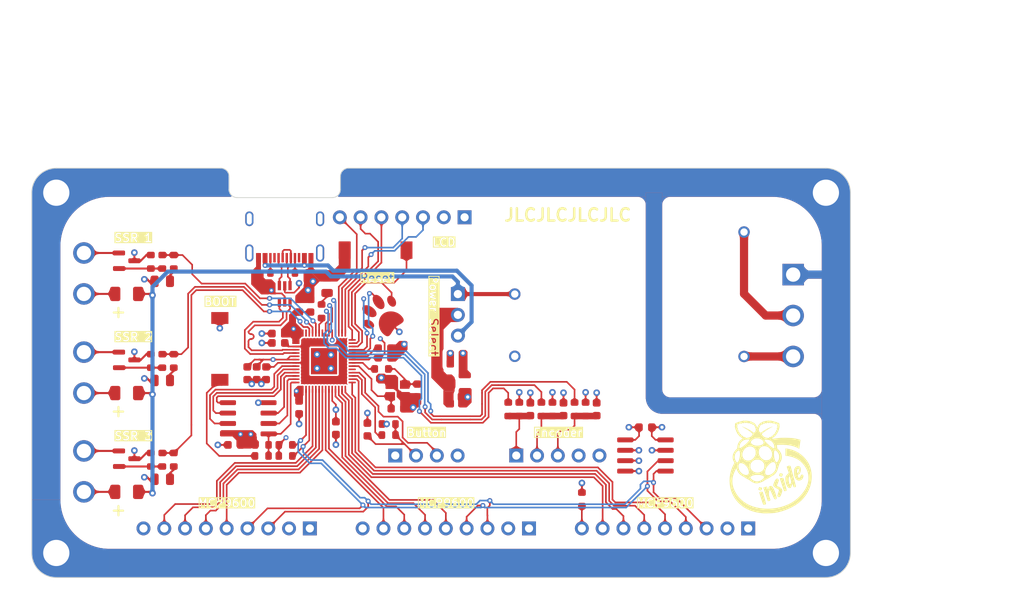
<source format=kicad_pcb>
(kicad_pcb (version 20221018) (generator pcbnew)
  (title_block (comment 4 "AISLER Project ID: PSDFIAJL"))
  (layers (0 "F.Cu" signal) (1 "In1.Cu" signal) (2 "In2.Cu" signal) (31 "B.Cu" signal) (34 "B.Paste" user) (35 "F.Paste" user) (36 "B.SilkS" user "B.Silkscreen") (37 "F.SilkS" user "F.Silkscreen") (38 "B.Mask" user) (39 "F.Mask" user) (44 "Edge.Cuts" user))
  (net 0 "")
  (net 1 "+1V1")
  (net 2 "GND")
  (net 3 "+3V3")
  (net 4 "/ENC_A")
  (net 5 "/ENC_B")
  (net 6 "/ENC_SW")
  (net 7 "/SW")
  (net 8 "/Microcontroller Alarm/XIN")
  (net 9 "Net-(D2-A)")
  (net 10 "/LCD_D{slash}C")
  (net 11 "/LCD_CS")
  (net 12 "/LCD_SCK")
  (net 13 "/LCD_MOSI")
  (net 14 "/LCD_RST")
  (net 15 "/MOSFETs/SSR_1_COM")
  (net 16 "/MOSFETs/SSR_2_COM")
  (net 17 "/SCL")
  (net 18 "/ALARM1B")
  (net 19 "/ALARM2B")
  (net 20 "/ALARM3B")
  (net 21 "/ALARM4B")
  (net 22 "/ALARM1C")
  (net 23 "/ALARM2C")
  (net 24 "/ALARM3C")
  (net 25 "/ALARM4C")
  (net 26 "/USB/USB_PRE_D+")
  (net 27 "/USB/USB_PRE_D-")
  (net 28 "/MOSFETs/SSR_1")
  (net 29 "/MOSFETs/SSR_2")
  (net 30 "/Live")
  (net 31 "/Neutral")
  (net 32 "+5V")
  (net 33 "VBUS")
  (net 34 "/ALARM1A")
  (net 35 "/ALARM2A")
  (net 36 "/ALARM3A")
  (net 37 "/ALARM4A")
  (net 38 "/Microcontroller Alarm/SWD")
  (net 39 "/Microcontroller Alarm/SWCLK")
  (net 40 "/Microcontroller Alarm/RST")
  (net 41 "Net-(Q2-G)")
  (net 42 "Net-(Q3-G)")
  (net 43 "/MOSFET_1")
  (net 44 "/MOSFET_2")
  (net 45 "/Microcontroller Alarm/QSPI_SS")
  (net 46 "/Microcontroller Alarm/XOUT")
  (net 47 "/Microcontroller Alarm/LED_ACTIVE")
  (net 48 "/Microcontroller Alarm/QSPI_SD1")
  (net 49 "/Microcontroller Alarm/QSPI_SD2")
  (net 50 "/Microcontroller Alarm/QSPI_SD0")
  (net 51 "/Microcontroller Alarm/QSPI_SCLK")
  (net 52 "/Microcontroller Alarm/QSPI_SD3")
  (net 53 "/MOSFETs/SSR_3_COM")
  (net 55 "Net-(J4-Pin_9)")
  (net 56 "/MOSFETs/SSR_3")
  (net 58 "Net-(D3-A)")
  (net 59 "Net-(D4-A)")
  (net 60 "/MOSFET_3")
  (net 61 "/Microcontroller Alarm/SW_LED")
  (net 62 "/ENC_Filter/ENC_A_OUT")
  (net 63 "/ENC_Filter/ENC_B_OUT")
  (net 64 "/ENC_Filter/ENC_SW_OUT")
  (net 65 "/Button Filter/SW_OUT")
  (net 66 "/Microcontroller Alarm/USB_D+")
  (net 67 "/Microcontroller Alarm/USB_D-")
  (net 68 "/SDA")
  (net 69 "Net-(C7-Pad2)")
  (net 70 "Net-(J12-Pin_2)")
  (net 71 "Net-(D1-A)")
  (net 72 "Net-(J11-CC1)")
  (net 74 "Net-(J11-CC2)")
  (net 76 "Net-(Q1-G)")
  (net 77 "Net-(R21-Pad1)")
  (net 81 "Earth")
  (footprint "Fuse:Fuse_1206_3216Metric" (layer "F.Cu") (at 109.1 92.4705 180)
    (fp_text reference "F3" hide)
    (fp_text value "Fuse")
  )
  (footprint "Connector_PinHeader_2.54mm:PinHeader_1x09_P2.54mm_Vertical" (layer "F.Cu") (at 131.47 109 -90)
    (fp_text reference "J3" hide)
    (fp_text value "Adafruit 4101")
  )
  (footprint "KiCAD Library:C_0603_1608Metric" (layer "F.Cu") (at 126.125001 90.05 -90)
    (fp_text reference "C8" hide)
    (fp_text value "100n")
  )
  (footprint "Cuprum:R_0603_1608Metric" (layer "F.Cu") (at 128.5 100.15)
    (fp_text reference "R24" hide)
    (fp_text value "2k2")
  )
  (footprint "KiCAD Library:C_0603_1608Metric" (layer "F.Cu") (at 140.6 88.15)
    (fp_text reference "C10" hide)
    (fp_text value "100n")
  )
  (footprint "Connector_PinHeader_2.54mm:PinHeader_1x05_P2.54mm_Vertical" (layer "F.Cu") (at 156.68 100.1 90)
    (fp_text reference "J2" hide)
    (fp_text value "ENC")
  )
  (footprint "KiCAD Library:C_0603_1608Metric" (layer "F.Cu") (at 172.455 96.645 180)
    (fp_text reference "C20" hide)
    (fp_text value "100n")
  )
  (footprint "Connector_PinHeader_2.54mm:PinHeader_1x09_P2.54mm_Vertical" (layer "F.Cu") (at 185.01 109 -90)
    (fp_text reference "J4" hide)
    (fp_text value "Adafruit 4101")
  )
  (footprint "KiCAD Library:C_0603_1608Metric" (layer "F.Cu") (at 166.5 94.45 90)
    (fp_text reference "C3" hide)
    (fp_text value "10n")
  )
  (footprint "Package_SO:SOIC-8_3.9x4.9mm_P1.27mm" (layer "F.Cu") (at 172.455 100.095)
    (fp_text reference "U3" hide)
    (fp_text value "FT24C04A")
  )
  (footprint "Cuprum:R_0603_1608Metric" (layer "F.Cu") (at 128.5 98.8)
    (fp_text reference "R23" hide)
    (fp_text value "2k2")
  )
  (footprint "Fuse:Fuse_1206_3216Metric" (layer "F.Cu") (at 109.1 80.3615 180)
    (fp_text reference "F2" hide)
    (fp_text value "Fuse")
  )
  (footprint "Diode_SMD:D_0805_2012Metric" (layer "F.Cu") (at 113.45 103)
    (fp_text reference "D1" hide)
    (fp_text value "Red" hide)
  )
  (footprint "MountingHole:MountingHole_3.2mm_M3_DIN965_Pad" (layer "F.Cu") (at 100.5 68)
    (fp_text reference "H4" hide)
    (fp_text value "M3")
  )
  (footprint "Cuprum:R_0603_1608Metric" (layer "F.Cu") (at 112.05 88.5455 90)
    (fp_text reference "R20" hide)
    (fp_text value "10k")
  )
  (footprint "Crystal:Crystal_SMD_2520-4Pin_2.5x2.0mm" (layer "F.Cu") (at 142.175 92.15)
    (fp_text reference "Y1" hide)
    (fp_text value "12MHz")
  )
  (footprint "Cuprum:R_0603_1608Metric" (layer "F.Cu") (at 125.6 98.8 180)
    (fp_text reference "R22" hide)
    (fp_text value "DNF")
  )
  (footprint "Package_TO_SOT_SMD:SOT-23" (layer "F.Cu") (at 109.1 76.3115)
    (fp_text reference "Q2" hide)
    (fp_text value "IRLML2060")
  )
  (footprint "KiCAD Library:SOT65P210X110-6N" (layer "F.Cu") (at 128.4 80.360175 90)
    (fp_text reference "U1" hide)
    (fp_text value "USBUF02W6" hide)
  )
  (footprint "KiCAD Library:C_0603_1608Metric" (layer "F.Cu") (at 134.65 96.75 -90)
    (fp_text reference "C12" hide)
    (fp_text value "100n" hide)
  )
  (footprint "KiCAD Library:2350513-3" (layer "F.Cu") (at 190.5 78 -90)
    (fp_text reference "J7" hide)
    (fp_text value "2350513-3" hide)
  )
  (footprint "KiCAD Library:C_0603_1608Metric" (layer "F.Cu") (at 131.54063 81.801824 90)
    (fp_text reference "C13" hide)
    (fp_text value "100n")
  )
  (footprint "KiCAD Library:PTS636 SM25J SMTR LFS" (layer "F.Cu") (at 139.5 75)
    (fp_text reference "SW2" hide)
    (fp_text value "DNF")
  )
  (footprint "Connector_PinHeader_2.54mm:PinHeader_1x07_P2.54mm_Vertical" (layer "F.Cu") (at 150.37 71 -90)
    (fp_text reference "J6" hide)
    (fp_text value "GC9A01 1.28\" TFT" hide)
  )
  (footprint "KiCAD Library:C_0603_1608Metric" (layer "F.Cu") (at 149.4 88.85 180)
    (fp_text reference "C21" hide)
    (fp_text value "2u2")
  )
  (footprint "Fuse:Fuse_1206_3216Metric" (layer "F.Cu") (at 109.1 104.5385 180)
    (fp_text reference "F1" hide)
    (fp_text value "Fuse")
  )
  (footprint "Cuprum:R_0603_1608Metric" (layer "F.Cu") (at 114.85 100.6135 -90)
    (fp_text reference "R12" hide)
    (fp_text value "270")
  )
  (footprint "Package_SO:SOIC-8_3.9x4.9mm_P1.27mm" (layer "F.Cu") (at 123.95 95.55 180)
    (fp_text reference "U2" hide)
    (fp_text value "W25Q16JV" hide)
  )
  (footprint "Cuprum:R_0603_1608Metric" (layer "F.Cu") (at 165.15 94.45 -90)
    (fp_text reference "R5" hide)
    (fp_text value "10k")
  )
  (footprint "KiCAD Library:C_0603_1608Metric" (layer "F.Cu") (at 138.5 96.925 90)
    (fp_text reference "C4" hide)
    (fp_text value "10n")
  )
  (footprint "Cuprum:R_0603_1608Metric" (layer "F.Cu") (at 114.85 76.4365 -90)
    (fp_text reference "R15" hide)
    (fp_text value "270")
  )
  (footprint "Cuprum:R_0603_1608Metric" (layer "F.Cu") (at 140.225 89.525)
    (fp_text reference "R25" hide)
    (fp_text value "1k" hide)
  )
  (footprint "KiCAD Library:C_0603_1608Metric" (layer "F.Cu") (at 144.6 92.15 90)
    (fp_text reference "C7" hide)
    (fp_text value "8p")
  )
  (footprint "Cuprum:R_0603_1608Metric" (layer "F.Cu") (at 112.05 76.4365 90)
    (fp_text reference "R17" hide)
    (fp_text value "10k")
  )
  (footprint "MountingHole:MountingHole_3.2mm_M3_DIN965_Pad" (layer "F.Cu") (at 194.5 112)
    (fp_text reference "H1" hide)
    (fp_text value "M3")
  )
  (footprint "KiCAD Library:2350513-2" (layer "F.Cu") (at 103.875 92.4705 90)
    (fp_text reference "J10" hide)
    (fp_text value "2350513-2" hide)
  )
  (footprint "KiCAD Library:2350513-2" (layer "F.Cu") (at 103.875 80.3615 90)
    (fp_text reference "J9" hide)
    (fp_text value "2350513-2" hide)
  )
  (footprint "KiCAD Library:C_0603_1608Metric" (layer "F.Cu") (at 142.175 94.375 180)
    (fp_text reference "C6" hide)
    (fp_text value "8p")
  )
  (footprint "Connector_PinHeader_2.54mm:PinHeader_1x04_P2.54mm_Vertical" (layer "F.Cu") (at 141.9 100.1 90)
    (fp_text reference "J1" hide)
    (fp_text value "SW")
  )
  (footprint "Cuprum:R_0603_1608Metric" (layer "F.Cu") (at 113.45 88.5455 -90)
    (fp_text reference "R19" hide)
    (fp_text value "100")
  )
  (footprint "Cuprum:R_0603_1608Metric" (layer "F.Cu") (at 125.6 100.15)
    (fp_text reference "R21" hide)
    (fp_text value "DNF")
  )
  (footprint "Cuprum:R_0603_1608Metric" (layer "F.Cu") (at 163.8 94.45 -90)
    (fp_text reference "R7" hide)
    (fp_text value "10k")
  )
  (footprint "KiCAD Library:C_0603_1608Metric" (layer "F.Cu") (at 149.4 93.75)
    (fp_text reference "C15" hide)
    (fp_text value "10u")
  )
  (footprint "LOGO" (layer "F.Cu") (at 187.75 101.5)
    (fp_text reference "G***" hide)
    (fp_text value "LOGO" hide)
  )
  (footprint "Package_TO_SOT_SMD:SOT-23" (layer "F.Cu") (at 109.1 100.4885)
    (fp_text reference "Q1" hide)
    (fp_text value "IRLML2060")
  )
  (footprint "Cuprum:R_0603_1608Metric" (layer "F.Cu") (at 112.05 100.6135 90)
    (fp_text reference "R14" hide)
    (fp_text value "10k")
  )
  (footprint "Cuprum:R_0603_1608Metric" (layer "F.Cu") (at 114.85 88.5455 -90)
    (fp_text reference "R18" hide)
    (fp_text value "270")
  )
  (footprint "KiCAD Library:C_0603_1608Metric" (layer "F.Cu") (at 140.6 87)
    (fp_text reference "C5" hide)
    (fp_text value "100n")
  )
  (footprint "Cuprum:R_0603_1608Metric" (layer "F.Cu") (at 141.1 97.6)
    (fp_text reference "R9" hide)
    (fp_text value "10k")
  )
  (footprint "KiCAD Library:C_0603_1608Metric" (layer "F.Cu") (at 123.825 90.05 -90)
    (fp_text reference "C17" hide)
    (fp_text value "100n")
  )
  (footprint "KiCAD Library:2350513-2" (layer "F.Cu") (at 103.875 104.5385 90)
    (fp_text reference "J8" hide)
    (fp_text value "2350513-2" hide)
  )
  (footprint "Cuprum:R_0603_1608Metric" (layer "F.Cu") (at 132.9 82.475 -90)
    (fp_text reference "R26" hide)
    (fp_text value "270")
  )
  (footprint "KiCAD Library:C_0603_1608Metric" (layer "F.Cu") (at 162.45 94.45 90)
    (fp_text reference "C2" hide)
    (fp_text value "10n")
  )
  (footprint "Package_TO_SOT_SMD:SOT-23" (layer "F.Cu") (at 149.45 91.3125 180)
    (fp_text reference "IC1" hide)
    (fp_text value "MCP1792T")
  )
  (footprint "KiCAD Library:C_0603_1608Metric" (layer "F.Cu") (at 130.157546 94.22327 -90)
    (fp_text reference "C18" hide)
    (fp_text value "100n")
  )
  (footprint "Cuprum:R_0603_1608Metric" (layer "F.Cu") (at 161.1 94.45 -90)
    (fp_text reference "R3" hide)
    (fp_text value "10k")
  )
  (footprint "KiCAD Library:C_0603_1608Metric" (layer "F.Cu") (at 130.173176 81.800094 90)
    (fp_text reference "C14" hide)
    (fp_text value "100n")
  )
  (footprint "Cuprum:R_0603_1608Metric" (layer "F.Cu") (at 159.75 94.45 -90)
    (fp_text reference "R6" hide)
    (fp_text value "10k")
  )
  (footprint "Connector_PinHeader_2.54mm:PinHeader_1x03_P2.54mm_Vertical" (layer "F.Cu") (at 149.55 80.38)
    (fp_text reference "J12" hide)
    (fp_text value "POW_SEL")
  )
  (footprint "Package_TO_SOT_SMD:SOT-23" (layer "F.Cu") (at 109.1 88.4205)
    (fp_text reference "Q3" hide)
    (fp_text value "IRLML2060")
  )
  (footprint "MountingHole:MountingHole_3.2mm_M3_DIN965_Pad" (layer "F.Cu") (at 194.5 68)
    (fp_text reference "H2" hide)
    (fp_text value "M3")
  )
  (footprint "Diode_SMD:D_0805_2012Metric" (layer "F.Cu") (at 113.45 90.932)
    (fp_text reference "D3" hide)
    (fp_text value "Red" hide)
  )
  (footprint "Cuprum:R_0603_1608Metric" (layer "F.Cu") (at 125.825 77.8 180)
    (fp_text reference "R11" hide)
    (fp_text value "5k1")
  )
  (footprint "KiCAD Library:PTS636 SM25J SMTR LFS" (layer "F.Cu") (at 120.475 87.075 -90)
    (fp_text reference "SW1" hide)
    (fp_text value "DNF")
  )
  (footprint "Package_DFN_QFN:QFN-56-1EP_7x7mm_P0.4mm_EP3.2x3.2mm" (layer "F.Cu") (at 133.201824 88.578991 90)
    (fp_text reference "U4" hide)
    (fp_text value "RP2040")
  )
  (footprint "Connector_USB:USB_C_Receptacle_GCT_USB4105-xx-A_16P_TopMnt_Horizontal" (layer "F.Cu") (at 128.4 72.26 180)
    (fp_text reference "J11" hide)
    (fp_text value "USB4110-GF-A_REVB")
  )
  (footprint "PawPad:pawpad" (layer "F.Cu") (at 140.11358 82.746296 45)
    (fp_text reference "J13" hide)
    (fp_text value "PawPad_SWD")
  )
  (footprint "KiCAD Library:C_0603_1608Metric" (layer "F.Cu") (at 122.25 98.8 180)
    (fp_text reference "C11" hide)
    (fp_text value "100n")
  )
  (footprint "Cuprum:R_0603_1608Metric" (layer "F.Cu") (at 113.45 76.4365 -90)
    (fp_text reference "R16" hide)
    (fp_text value "100")
  )
  (footprint "Cuprum:R_0603_1608Metric" (layer "F.Cu") (at 141.1 96.25)
    (fp_text reference "R8" hide)
    (fp_text value "10k")
  )
  (footprint "KiCAD Library:C_0603_1608Metric" (layer "F.Cu") (at 127.625 85.2 180)
    (fp_text reference "C19" hide)
    (fp_text value "1u")
  )
  (footprint "Cuprum:IRM015" (layer "F.Cu") (at 156.5 80.38)
    (fp_text reference "P1" hide)
    (fp_text value "~" hide)
  )
  (footprint "KiCAD Library:C_0603_1608Metric" (layer "F.Cu") (at 158.4 94.45 90)
    (fp_text reference "C1" hide)
    (fp_text value "10n")
  )
  (footprint "Cuprum:R_0603_1608Metric" (layer "F.Cu") (at 130.475 77.8)
    (fp_text reference "R10" hide)
    (fp_text value "5k1")
  )
  (footprint "Cuprum:R_0603_1608Metric" (layer "F.Cu") (at 157.05 94.45 -90)
    (fp_text reference "R2" hide)
    (fp_text value "10k")
  )
  (footprint "Connector_PinHeader_2.54mm:PinHeader_1x09_P2.54mm_Vertical" (layer "F.Cu") (at 158.24 109 -90)
    (fp_text reference "J5" hide)
    (fp_text value "Adafruit 4101" hide)
  )
  (footprint "Cuprum:R_0603_1608Metric" (layer "F.Cu") (at 164.7 105.45 -90)
    (fp_text reference "R1" hide)
    (fp_text value "2k2")
  )
  (footprint "Diode_SMD:D_0805_2012Metric" (layer "F.Cu") (at 113.45 78.823)
    (fp_text reference "D2" hide)
    (fp_text value "Red" hide)
  )
  (footprint "Diode_SMD:D_0805_2012Metric" (layer "F.Cu") (at 133.575 79.3 -90)
    (fp_text reference "D4" hide)
    (fp_text value "Red")
  )
  (footprint "Cuprum:R_0603_1608Metric" (layer "F.Cu") (at 155.7 94.45 -90)
    (fp_text reference "R4" hide)
    (fp_text value "10k")
  )
  (footprint "KiCAD Library:C_0603_1608Metric" (layer "F.Cu") (at 124.975002 90.05 -90)
    (fp_text reference "C16" hide)
    (fp_text value "100n")
  )
  (footprint "Cuprum:R_0603_1608Metric" (layer "F.Cu") (at 113.45 100.6135 -90)
    (fp_text reference "R13" hide)
    (fp_text value "100")
  )
  (footprint "KiCAD Library:C_0603_1608Metric" (layer "F.Cu") (at 127.625 86.35 180)
    (fp_text reference "C9" hide)
    (fp_text value "1u")
  )
  (footprint "MountingHole:MountingHole_3.2mm_M3_DIN965_Pad" (layer "F.Cu") (at 100.5 112)
    (fp_text reference "H3" hide)
    (fp_text value "M3")
  )
  (gr_line (start 136.2 65) (end 194.5 65) (stroke (width 0.1)) (layer "Edge.Cuts"))
  (gr_arc (start 120.6 65) (mid 121.307107 65.292893) (end 121.6 66) (stroke (width 0.1)) (layer "Edge.Cuts"))
  (gr_line (start 122.6 68.6) (end 134.2 68.6) (stroke (width 0.1)) (layer "Edge.Cuts"))
  (gr_arc locked (start 197.5 112) (mid 196.62132 114.12132) (end 194.5 115) (stroke (width 0.1)) (layer "Edge.Cuts"))
  (gr_line (start 135.2 67.6) (end 135.2 66) (stroke (width 0.1)) (layer "Edge.Cuts"))
  (gr_arc locked (start 97.5 68) (mid 98.37868 65.87868) (end 100.5 65) (stroke (width 0.1)) (layer "Edge.Cuts"))
  (gr_line (start 121.6 66) (end 121.6 67.6) (stroke (width 0.1)) (layer "Edge.Cuts"))
  (gr_arc (start 135.2 66) (mid 135.492893 65.292893) (end 136.2 65) (stroke (width 0.1)) (layer "Edge.Cuts"))
  (gr_line locked (start 197.5 68) (end 197.5 112) (stroke (width 0.1)) (layer "Edge.Cuts"))
  (gr_arc locked (start 194.5 65) (mid 196.62132 65.87868) (end 197.5 68) (stroke (width 0.1)) (layer "Edge.Cuts"))
  (gr_line (start 120.6 65) (end 100.5 65) (stroke (width 0.1)) (layer "Edge.Cuts"))
  (gr_arc (start 122.6 68.6) (mid 121.892893 68.307107) (end 121.6 67.6) (stroke (width 0.1)) (layer "Edge.Cuts"))
  (gr_arc (start 135.2 67.6) (mid 134.907107 68.307107) (end 134.2 68.6) (stroke (width 0.1)) (layer "Edge.Cuts"))
  (gr_arc locked (start 100.5 115) (mid 98.37868 114.12132) (end 97.5 112) (stroke (width 0.1)) (layer "Edge.Cuts"))
  (gr_line locked (start 97.5 112) (end 97.5 68) (stroke (width 0.1)) (layer "Edge.Cuts"))
  (gr_line locked (start 194.5 115) (end 100.5 115) (stroke (width 0.1)) (layer "Edge.Cuts"))
  (gr_text "SSR 3" (at 107.5 98.3) (layer "F.SilkS" knockout) (effects (font (size 1 1)) (justify left bottom)))
  (gr_text "MCP9600" (at 171.28631 106.5) (layer "F.SilkS" knockout) (effects (font (size 1 1)) (justify left bottom)))
  (gr_text "+" (at 107 107.6) (layer "F.SilkS") (effects (font (size 1.5 1.5) (thickness 0.25) bold) (justify left bottom)))
  (gr_text "Button" (at 143.193928 97.9) (layer "F.SilkS" knockout) (effects (font (size 1 1)) (justify left bottom)))
  (gr_text "Power Select" (at 146 78.00869 -90) (layer "F.SilkS" knockout) (effects (font (size 1 1)) (justify left bottom)))
  (gr_text "Encoder" (at 158.696309 97.9) (layer "F.SilkS" knockout) (effects (font (size 1 1)) (justify left bottom)))
  (gr_text "SSR 1" (at 107.5 74.1) (layer "F.SilkS" knockout) (effects (font (size 1 1)) (justify left bottom)))
  (gr_text "MCP9600" (at 117.74631 106.5) (layer "F.SilkS" knockout) (effects (font (size 1 1)) (justify left bottom)))
  (gr_text "MCP9600" (at 144.51631 106.5) (layer "F.SilkS" knockout) (effects (font (size 1 1)) (justify left bottom)))
  (gr_text "+" (at 107 83.4) (layer "F.SilkS") (effects (font (size 1.5 1.5) (thickness 0.25) bold) (justify left bottom)))
  (gr_text "+" (at 107 95.5) (layer "F.SilkS") (effects (font (size 1.5 1.5) (thickness 0.25) bold) (justify left bottom)))
  (gr_text "LCD" (at 146.35 74.65) (layer "F.SilkS" knockout) (effects (font (size 1 1)) (justify left bottom)))
  (gr_text "BOOT" (at 118.458929 81.9) (layer "F.SilkS" knockout) (effects (font (size 1 1)) (justify left bottom)))
  (gr_text "Reset" (at 137.5 79) (layer "F.SilkS" knockout) (effects (font (size 1 1)) (justify left bottom)))
  (gr_text "SSR 2" (at 107.5 86.2) (layer "F.SilkS" knockout) (effects (font (size 1 1)) (justify left bottom)))
  (gr_text "JLCJLCJLCJLC" (at 155.06 71.6) (layer "F.SilkS") (effects (font (size 1.5 1.5) (thickness 0.3) bold) (justify left bottom)))
  (segment (start 130.599657 86.77899) (end 129.764324 86.77899) (width 0.2) (layer "F.Cu") (net 1))
  (segment (start 127.571009 88.778991) (end 127.075 89.275) (width 0.2) (layer "F.Cu") (net 1))
  (segment (start 139.5 87) (end 139.825 87) (width 0.2) (layer "F.Cu") (net 1))
  (segment (start 127.075 89.275) (end 126.125001 89.275) (width 0.2) (layer "F.Cu") (net 1))
  (segment (start 136.639324 87.978991) (end 138.521009 87.978991) (width 0.2) (layer "F.Cu") (net 1))
  (segment (start 136.639324 87.978991) (end 135.803991 87.978991) (width 0.2) (layer "F.Cu") (net 1))
  (segment (start 128.828991 86.778991) (end 128.4 86.35) (width 0.2) (layer "F.Cu") (net 1))
  (segment (start 129.764324 86.778991) (end 128.828991 86.778991) (width 0.2) (layer "F.Cu") (net 1))
  (segment (start 129.764324 88.778991) (end 127.571009 88.778991) (width 0.2) (layer "F.Cu") (net 1))
  (segment locked (start 129.764324 88.778991) (end 130.601825 88.77899) (width 0.15) (layer "F.Cu") (net 1))
  (segment (start 130.599657 88.778991) (end 129.764324 88.778991) (width 0.2) (layer "F.Cu") (net 1))
  (segment (start 138.521009 87.978991) (end 139.5 87) (width 0.2) (layer "F.Cu") (net 1))
  (segment locked (start 129.764324 86.77899) (end 130.563267 86.77899) (width 0.2) (layer "F.Cu") (net 1))
  (segment (start 141.256844 83.843146) (end 142.406849 84.993151) (width 0.2) (layer "F.Cu") (net 2))
  (segment (start 158.4 92.425001) (end 158.4 93.675) (width 0.2) (layer "F.Cu") (net 2))
  (segment (start 171.21 98.19) (end 171.68 97.72) (width 0.2) (layer "F.Cu") (net 2))
  (segment (start 164.7 103.4495) (end 164.7 104.625) (width 0.2) (layer "F.Cu") (net 2))
  (segment (start 110.8115 88.4205) (end 111.5115 87.7205) (width 0.25) (layer "F.Cu") (net 2))
  (segment (start 128.4 81.360175) (end 128.4 80.675861) (width 0.2) (layer "F.Cu") (net 2))
  (segment (start 174.93 99.46) (end 173.25 99.46) (width 0.2) (layer "F.Cu") (net 2))
  (segment (start 170.430001 96.645) (end 171.68 96.645) (width 0.2) (layer "F.Cu") (net 2))
  (segment (start 130.157546 96.24827) (end 130.157546 94.99827) (width 0.2) (layer "F.Cu") (net 2))
  (segment (start 141.3 91.45) (end 141.475 91.45) (width 0.25) (layer "F.Cu") (net 2))
  (segment (start 111.85 90.932) (end 112.5125 90.932) (width 0.25) (layer "F.Cu") (net 2))
  (segment (start 110.8115 76.3115) (end 111.5115 75.6115) (width 0.25) (layer "F.Cu") (net 2))
  (segment (start 128.024139 80.3) (end 127.2 80.3) (width 0.2) (layer "F.Cu") (net 2))
  (segment (start 138.5 94.900001) (end 138.5 96.15) (width 0.2) (layer "F.Cu") (net 2))
  (segment (start 125.525 90.825) (end 126.125001 90.825) (width 0.2) (layer "F.Cu") (net 2))
  (segment (start 141.3 91.45) (end 141.05 91.45) (width 0.2) (layer "F.Cu") (net 2))
  (segment (start 110.8115 100.4885) (end 111.5115 99.7885) (width 0.25) (layer "F.Cu") (net 2))
  (segment (start 111.6 102.75) (end 111.85 103) (width 0.25) (layer "F.Cu") (net 2))
  (segment (start 111.85 78.823) (end 112.5125 78.823) (width 0.25) (layer "F.Cu") (net 2))
  (segment (start 141.475 91.45) (end 142.875 92.85) (width 0.25) (layer "F.Cu") (net 2))
  (segment (start 123.825 90.825) (end 124.5 90.825) (width 0.2) (layer "F.Cu") (net 2))
  (segment (start 144.087224 94.223264) (end 144.087224 93.887224) (width 0.2) (layer "F.Cu") (net 2))
  (segment (start 144.6 92.925) (end 144.6 93.710488) (width 0.25) (layer "F.Cu") (net 2))
  (segment (start 127.2 80.3) (end 126.825 79.925) (width 0.2) (layer "F.Cu") (net 2))
  (segment (start 110.0375 87.4215) (end 110.0375 88.4205) (width 0.2) (layer "F.Cu") (net 2))
  (segment (start 111.5115 75.6115) (end 112.05 75.6115) (width 0.25) (layer "F.Cu") (net 2))
  (segment (start 125.55 91.35) (end 125.55 90.85) (width 0.2) (layer "F.Cu") (net 2))
  (segment (start 111.25 78.573) (end 111.6 78.573) (width 0.25) (layer "F.Cu") (net 2))
  (segment (start 162.45 92.425001) (end 162.45 93.675) (width 0.2) (layer "F.Cu") (net 2))
  (segment (start 125.55 90.85) (end 125.525 90.825) (width 0.2) (layer "F.Cu") (net 2))
  (segment (start 125.600001 86.35) (end 126.85 86.35) (width 0.2) (layer "F.Cu") (net 2))
  (segment (start 124.375 91.3505) (end 124.375 90.95) (width 0.2) (layer "F.Cu") (net 2))
  (segment (start 111.25 90.682) (end 111.6 90.682) (width 0.25) (layer "F.Cu") (net 2))
  (segment (start 124.375 90.95) (end 124.5 90.825) (width 0.2) (layer "F.Cu") (net 2))
  (segment (start 142.5 87) (end 143 86.5) (width 0.2) (layer "F.Cu") (net 2))
  (segment (start 125.175001 93.645) (end 126.425 93.645) (width 0.2) (layer "F.Cu") (net 2))
  (segment (start 111.25 102.75) (end 111.6 102.75) (width 0.25) (layer "F.Cu") (net 2))
  (segment (start 169.98 102) (end 171.659999 102) (width 0.2) (layer "F.Cu") (net 2))
  (segment (start 120.475 84.549999) (end 120.475 83.3) (width 0.2) (layer "F.Cu") (net 2))
  (segment (start 128.4 80.675861) (end 128.099569 80.37543) (width 0.2) (layer "F.Cu") (net 2))
  (segment (start 126.825 79.925) (end 126.775 79.925) (width 0.2) (layer "F.Cu") (net 2))
  (segment (start 169.98 100.73) (end 171.659999 100.73) (width 0.2) (layer "F.Cu") (net 2))
  (segment (start 144.087224 93.887224) (end 143.05 92.85) (width 0.2) (layer "F.Cu") (net 2))
  (segment (start 120.225001 98.8) (end 121.475 98.8) (width 0.2) (layer "F.Cu") (net 2))
  (segment (start 111.5115 87.7205) (end 112.05 87.7205) (width 0.25) (layer "F.Cu") (net 2))
  (segment (start 142.875 92.85) (end 143.05 92.85) (width 0.25) (layer "F.Cu") (net 2))
  (segment (start 141.375 88.15) (end 141.375 87) (width 0.2) (layer "F.Cu") (net 2))
  (segment (start 144.6 93.710488) (end 144.087224 94.223264) (width 0.25) (layer "F.Cu") (net 2))
  (segment (start 111.5115 99.7885) (end 112.05 99.7885) (width 0.25) (layer "F.Cu") (net 2))
  (segment (start 169.98 98.19) (end 171.21 98.19) (width 0.2) (layer "F.Cu") (net 2))
  (segment (start 143.935488 94.375) (end 144.087224 94.223264) (width 0.25) (layer "F.Cu") (net 2))
  (segment (start 141.375 87) (end 142.5 87) (width 0.2) (layer "F.Cu") (net 2))
  (segment (start 171.68 97.72) (end 171.68 96.645) (width 0.2) (layer "F.Cu") (net 2))
  (segment (start 124.5 90.825) (end 125.525 90.825) (width 0.2) (layer "F.Cu") (net 2))
  (segment (start 110.0375 75.3125) (end 110.0375 76.3115) (width 0.2) (layer "F.Cu") (net 2))
  (segment (start 134.65 98.775) (end 134.65 97.525) (width 0.2) (layer "F.Cu") (net 2))
  (segment (start 110.0375 88.4205) (end 110.8115 88.4205) (width 0.25) (layer "F.Cu") (net 2))
  (segment (start 169.98 99.46) (end 171.659999 99.46) (width 0.2) (layer "F.Cu") (net 2))
  (segment (start 110.0375 100.4885) (end 110.8115 100.4885) (width 0.25) (layer "F.Cu") (net 2))
  (segment (start 110.0375 76.3115) (end 110.8115 76.3115) (width 0.25) (layer "F.Cu") (net 2))
  (segment (start 142.95 94.375) (end 143.935488 94.375) (width 0.25) (layer "F.Cu") (net 2))
  (segment (start 166.5 92.425001) (end 166.5 93.675) (width 0.2) (layer "F.Cu") (net 2))
  (segment (start 125.600001 85.2) (end 126.85 85.2) (width 0.2) (layer "F.Cu") (net 2))
  (segment (start 111.6 78.573) (end 111.85 78.823) (width 0.25) (layer "F.Cu") (net 2))
  (segment (start 128.099569 80.37543) (end 128.024139 80.3) (width 0.2) (layer "F.Cu") (net 2))
  (segment (start 111.6 90.682) (end 111.85 90.932) (width 0.25) (layer "F.Cu") (net 2))
  (segment (start 111.85 103) (end 112.5125 103) (width 0.25) (layer "F.Cu") (net 2))
  (segment (start 110.0375 99.4895) (end 110.0375 100.4885) (width 0.2) (layer "F.Cu") (net 2))
  (segment (start 141.05 91.45) (end 140.2 90.6) (width 0.2) (layer "F.Cu") (net 2))
  (via (at 171.659999 99.46) (size 0.8) (drill 0.4) (layers "F.Cu" "B.Cu") (net 2))
  (via (at 173.25 99.46) (size 0.8) (drill 0.4) (layers "F.Cu" "B.Cu") (net 2))
  (via (at 158.4 92.425001) (size 0.8) (drill 0.4) (layers "F.Cu" "B.Cu") (net 2))
  (via (at 110.0375 99.4895) (size 0.8) (drill 0.4) (layers "F.Cu" "B.Cu") (net 2))
  (via (at 131.25 79.9) (size 0.8) (drill 0.4) (layers "F.Cu" "B.Cu") (net 2))
  (via (at 131.85 78.825) (size 0.8) (drill 0.4) (layers "F.Cu" "B.Cu") (net 2))
  (via (at 164.7 103.4495) (size 0.8) (drill 0.4) (layers "F.Cu" "B.Cu") (net 2))
  (via (at 124.375 91.3505) (size 0.8) (drill 0.4) (layers "F.Cu" "B.Cu") (net 2))
  (via (at 132.35 89.45) (size 0.8) (drill 0.4) (layers "F.Cu" "B.Cu") (net 2))
  (via (at 142.406849 84.993151) (size 0.8) (drill 0.4) (layers "F.Cu" "B.Cu") (net 2))
  (via (at 171.659999 102) (size 0.8) (drill 0.4) (layers "F.Cu" "B.Cu") (net 2))
  (via (at 162.45 92.425001) (size 0.8) (drill 0.4) (layers "F.Cu" "B.Cu") (net 2))
  (via (at 150.75 92.95) (size 0.8) (drill 0.4) (layers "F.Cu" "B.Cu") (net 2))
  (via (at 125.600001 86.35) (size 0.8) (drill 0.4) (layers "F.Cu" "B.Cu") (net 2))
  (via (at 148.625 87.600001) (size 0.8) (drill 0.4) (layers "F.Cu" "B.Cu") (net 2))
  (via (at 110.0375 75.3125) (size 0.8) (drill 0.4) (layers "F.Cu" "B.Cu") (net 2))
  (via (at 138.5 94.900001) (size 0.8) (drill 0.4) (layers "F.Cu" "B.Cu") (net 2))
  (via (at 125.600001 85.2) (size 0.8) (drill 0.4) (layers "F.Cu" "B.Cu") (net 2))
  (via (at 111.25 102.75) (size 0.8) (drill 0.4) (layers "F.Cu" "B.Cu") (net 2))
  (via (at 126.775 79.925) (size 0.6) (drill 0.3) (layers "F.Cu" "B.Cu") (net 2))
  (via (at 125.175001 93.645) (size 0.8) (drill 0.4) (layers "F.Cu" "B.Cu") (net 2))
  (via (at 120.475 84.549999) (size 0.8) (drill 0.4) (layers "F.Cu" "B.Cu") (net 2))
  (via (at 166.5 92.425001) (size 0.8) (drill 0.4) (layers "F.Cu" "B.Cu") (net 2))
  (via (at 130.157546 96.24827) (size 0.8) (drill 0.4) (layers "F.Cu" "B.Cu") (net 2))
  (via (at 110.0375 87.4215) (size 0.8) (drill 0.4) (layers "F.Cu" "B.Cu") (net 2))
  (via (at 171.659999 100.73) (size 0.8) (drill 0.4) (layers "F.Cu" "B.Cu") (net 2))
  (via (at 120.225001 98.8) (size 0.8) (drill 0.4) (layers "F.Cu" "B.Cu") (net 2))
  (via (at 134.05 87.8) (size 0.8) (drill 0.4) (layers "F.Cu" "B.Cu") (net 2))
  (via (at 143 86.5) (size 0.8) (drill 0.4) (layers "F.Cu" "B.Cu") (net 2))
  (via (at 134.65 98.775) (size 0.8) (drill 0.4) (layers "F.Cu" "B.Cu") (net 2))
  (via (at 132.35 87.75) (size 0.8) (drill 0.4) (layers "F.Cu" "B.Cu") (net 2))
  (via (at 134.05 89.45) (size 0.8) (drill 0.4) (layers "F.Cu" "B.Cu") (net 2))
  (via (at 125.55 91.35) (size 0.8) (drill 0.4) (layers "F.Cu" "B.Cu") (net 2))
  (via (at 144.087224 94.223264) (size 0.8) (drill 0.4) (layers "F.Cu" "B.Cu") (net 2))
  (via (at 111.25 78.573) (size 0.8) (drill 0.4) (layers "F.Cu" "B.Cu") (net 2))
  (via (at 170.430001 96.645) (size 0.8) (drill 0.4) (layers "F.Cu" "B.Cu") (net 2))
  (via (at 111.25 90.682) (size 0.8) (drill 0.4) (layers "F.Cu" "B.Cu") (net 2))
  (via (at 140.2 90.6) (size 0.8) (drill 0.4) (layers "F.Cu" "B.Cu") (net 2))
  (segment (start 125.59127 88.59127) (end 124.975002 89.207537) (width 0.2) (layer "F.Cu") (net 3))
  (segment (start 130.157546 92.967454) (end 130.601824 92.523176) (width 0.15) (layer "F.Cu") (net 3))
  (segment (start 128.558883 97.916117) (end 127.675 98.8) (width 0.2) (layer "F.Cu") (net 3))
  (segment (start 130.601824 92.523176) (end 130.601824 92.016491) (width 0.15) (layer "F.Cu") (net 3))
  (segment (start 127.675 100.15) (end 127.675 98.8) (width 0.2) (layer "F.Cu") (net 3))
  (segment (start 174.479999 96.645) (end 173.23 96.645) (width 0.2) (layer "F.Cu") (net 3))
  (segment (start 125.378991 88.378991) (end 125.25 88.378991) (width 0.2) (layer "F.Cu") (net 3))
  (segment (start 173.23 97.72) (end 173.23 96.645) (width 0.2) (layer "F.Cu") (net 3))
  (segment (start 128.4 80.110175) (end 128.4 79.360175) (width 0.2) (layer "F.Cu") (net 3))
  (segment (start 130.15 79.610175) (end 129.55 80.210175) (width 0.2) (layer "F.Cu") (net 3))
  (segment (start 136.639324 88.378991) (end 138.686695 88.378991) (width 0.2) (layer "F.Cu") (net 3))
  (segment (start 134.201824 85.141491) (end 134.201824 85.998176) (width 0.2) (layer "F.Cu") (net 3))
  (segment (start 129.55 80.210175) (end 128.5 80.210175) (width 0.2) (layer "F.Cu") (net 3))
  (segment (start 125.59127 88.59127) (end 125.378991 88.378991) (width 0.2) (layer "F.Cu") (net 3))
  (segment (start 140.075 88.15) (end 140.6 87.625) (width 0.2) (layer "F.Cu") (net 3))
  (segment (start 128.675 88.378991) (end 126.975 88.378991) (width 0.2) (layer "F.Cu") (net 3))
  (segment (start 126.975 88.378991) (end 125.803548 88.378991) (width 0.2) (layer "F.Cu") (net 3))
  (segment (start 165.15 92.375001) (end 165.15 93.625) (width 0.2) (layer "F.Cu") (net 3))
  (segment (start 130.112157 85.141491) (end 130.112157 84.39802) (width 0.2) (layer "F.Cu") (net 3))
  (segment (start 140.6 86.35) (end 140.075 85.825) (width 0.2) (layer "F.Cu") (net 3))
  (segment (start 161.1 92.375001) (end 161.1 93.625) (width 0.2) (layer "F.Cu") (net 3))
  (segment (start 124.975002 89.207537) (end 124.975002 89.275) (width 0.2) (layer "F.Cu") (net 3))
  (segment (start 130.112157 85.141491) (end 129.764324 85.489324) (width 0.2) (layer "F.Cu") (net 3))
  (segment (start 134.201824 93.426824) (end 134.65 93.875) (width 0.2) (layer "F.Cu") (net 3))
  (segment (start 130.601824 92.016491) (end 130.033509 92.016491) (width 0.2) (layer "F.Cu") (net 3))
  (segment (start 125.803548 88.378991) (end 125.59127 88.59127) (width 0.2) (layer "F.Cu") (net 3))
  (segment (start 129.475 85.2) (end 128.4 85.2) (width 0.2) (layer "F.Cu") (net 3))
  (segment (start 131.5389 82.575094) (end 131.54063 82.576824) (width 0.2) (layer "F.Cu") (net 3))
  (segment (start 134.65 93.875) (end 134.65 95.975) (width 0.2) (layer "F.Cu") (net 3))
  (segment (start 130.033509 92.016491) (end 129.825 92.225) (width 0.2) (layer "F.Cu") (net 3))
  (segment (start 129.764324 85.489324) (end 129.475 85.2) (width 0.2) (layer "F.Cu") (net 3))
  (segment (start 131.54063 82.576824) (end 131.54063 82.911194) (width 0.2) (layer "F.Cu") (net 3))
  (segment (start 138.915686 88.15) (end 139.825 88.15) (width 0.2) (layer "F.Cu") (net 3))
  (segment (start 129.674899 83.960762) (end 129.674899 83.073371) (width 0.2) (layer "F.Cu") (net 3))
  (segment (start 129.764324 86.378991) (end 129.764324 85.978991) (width 0.2) (layer "F.Cu") (net 3))
  (segment (start 138.686695 88.378991) (end 138.915686 88.15) (width 0.2) (layer "F.Cu") (net 3))
  (segment (start 129.764324 87.978991) (end 129.075 87.978991) (width 0.2) (layer "F.Cu") (net 3))
  (segment (start 130.157546 93.44827) (end 130.157546 92.967454) (width 0.15) (layer "F.Cu") (net 3))
  (segment (start 130.15 79.05) (end 130.15 79.610175) (width 0.2) (layer "F.Cu") (net 3))
  (segment (start 129.674899 83.073371) (end 130.173176 82.575094) (width 0.2) (layer "F.Cu") (net 3))
  (segment (start 134.201824 92.016491) (end 134.201824 93.426824) (width 0.2) (layer "F.Cu") (net 3))
  (segment (start 139.825 88.15) (end 140.075 88.15) (width 0.2) (layer "F.Cu") (net 3))
  (segment (start 128.5 80.210175) (end 128.4 80.110175) (width 0.2) (layer "F.Cu") (net 3))
  (segment (start 129.764324 85.978991) (end 129.764324 85.489324) (width 0.2) (layer "F.Cu") (net 3))
  (segment (start 157.05 92.375001) (end 157.05 93.625) (width 0.2) (layer "F.Cu") (net 3))
  (segment (start 130.607546 85.135769) (end 130.601824 85.141491) (width 0.15) (layer "F.Cu") (net 3))
  (segment (start 140.6 87.625) (end 140.6 86.35) (width 0.2) (layer "F.Cu") (net 3))
  (segment (start 130.112157 84.39802) (end 129.674899 83.960762) (width 0.2) (layer "F.Cu") (net 3))
  (segment (start 129.764324 88.378991) (end 128.675 88.378991) (width 0.2) (layer "F.Cu") (net 3))
  (segment (start 140.85 96.25) (end 140.275 96.25) (width 0.2) (layer "F.Cu") (net 3))
  (segment (start 129.075 87.978991) (end 128.675 88.378991) (width 0.2) (layer "F.Cu") (net 3))
  (segment (start 174.93 98.19) (end 173.7 98.19) (width 0.2) (layer "F.Cu") (net 3))
  (segment (start 125.803548 88.378991) (end 125.25 88.378991) (width 0.2) (layer "F.Cu") (net 3))
  (segment (start 124.721009 88.378991) (end 123.825 89.275) (width 0.2) (layer "F.Cu") (net 3))
  (segment (start 130.173176 82.575094) (end 131.5389 82.575094) (width 0.2) (layer "F.Cu") (net 3))
  (segment (start 173.7 98.19) (end 173.23 97.72) (width 0.2) (layer "F.Cu") (net 3))
  (segment (start 125.25 88.378991) (end 124.721009 88.378991) (width 0.2) (layer "F.Cu") (net 3))
  (segment (start 134.201824 85.998176) (end 134.2 86) (width 0.2) (layer "F.Cu") (net 3))
  (segment (start 130.601824 85.141491) (end 130.112157 85.141491) (width 0.2) (layer "F.Cu") (net 3))
  (via (at 130.15 79.05) (size 0.8) (drill 0.4) (layers "F.Cu" "B.Cu") (net 3))
  (via (at 140.075 85.825) (size 0.6) (drill 0.3) (layers "F.Cu" "B.Cu") (net 3))
  (via (at 140.85 96.25) (size 0.8) (drill 0.4) (layers "F.Cu" "B.Cu") (net 3))
  (via (at 124.25 97.5) (size 0.6) (drill 0.3) (layers "F.Cu" "B.Cu") (net 3))
  (via (at 123 97.5) (size 0.6) (drill 0.3) (layers "F.Cu" "B.Cu") (net 3))
  (via (at 134.2 86) (size 0.6) (drill 0.3) (layers "F.Cu" "B.Cu") (net 3))
  (via (at 165.15 92.375001) (size 0.8) (drill 0.4) (layers "F.Cu" "B.Cu") (net 3))
  (via (at 126.975 88.378991) (size 0.6) (drill 0.3) (layers "F.Cu" "B.Cu") (net 3))
  (via (at 157.05 92.375001) (size 0.8) (drill 0.4) (layers "F.Cu" "B.Cu") (net 3))
  (via (at 129.825 92.225) (size 0.6) (drill 0.3) (layers "F.Cu" "B.Cu") (net 3))
  (via (at 134.65 94.5) (size 0.8) (drill 0.4) (layers "F.Cu" "B.Cu") (net 3))
  (via (at 128.558883 97.916117) (size 0.6) (drill 0.3) (layers "F.Cu" "B.Cu") (net 3))
  (via (at 129.475 84.625) (size 0.6) (drill 0.3) (layers "F.Cu" "B.Cu") (net 3))
  (via (at 174.479999 96.645) (size 0.8) (drill 0.4) (layers "F.Cu" "B.Cu") (net 3))
  (via (at 150.175 87.600001) (size 0.8) (drill 0.4) (layers "F.Cu" "B.Cu") (net 3))
  (via (at 161.1 92.375001) (size 0.8) (drill 0.4) (layers "F.Cu" "B.Cu") (net 3))
  (segment (start 156.68 100.1) (end 156.68 97.22) (width 0.2) (layer "F.Cu") (net 4))
  (segment (start 157.05 95.275) (end 158.35 95.275) (width 0.2) (layer "F.Cu") (net 4))
  (segment (start 156.68 97.22) (end 157.05 96.85) (width 0.2) (layer "F.Cu") (net 4))
  (segment (start 155.7 95.275) (end 157.05 95.275) (width 0.2) (layer "F.Cu") (net 4))
  (segment (start 158.35 95.275) (end 158.4 95.225) (width 0.2) (layer "F.Cu") (net 4))
  (segment (start 157.05 96.85) (end 157.05 95.275) (width 0.2) (layer "F.Cu") (net 4))
  (segment (start 159.75 95.275) (end 162.4 95.275) (width 0.2) (layer "F.Cu") (net 5))
  (segment (start 159.75 96.95) (end 159.75 95.275) (width 0.2) (layer "F.Cu") (net 5))
  (segment (start 159.22 97.48) (end 159.75 96.95) (width 0.2) (layer "F.Cu") (net 5))
  (segment (start 162.4 95.275) (end 162.45 95.225) (width 0.2) (layer "F.Cu") (net 5))
  (segment (start 159.22 100.1) (end 159.22 97.48) (width 0.2) (layer "F.Cu") (net 5))
  (segment (start 161.76 97.44) (end 161.76 100.1) (width 0.2) (layer "F.Cu") (net 6))
  (segment (start 163.8 95.275) (end 163.8 96.45) (width 0.2) (layer "F.Cu") (net 6))
  (segment (start 163.8 96.45) (end 163.3 96.95) (width 0.2) (layer "F.Cu") (net 6))
  (segment (start 162.25 96.95) (end 161.76 97.44) (width 0.2) (layer "F.Cu") (net 6))
  (segment (start 163.3 96.95) (end 162.25 96.95) (width 0.2) (layer "F.Cu") (net 6))
  (segment (start 163.8 95.275) (end 166.45 95.275) (width 0.2) (layer "F.Cu") (net 6))
  (segment (start 166.45 95.275) (end 166.5 95.225) (width 0.2) (layer "F.Cu") (net 6))
  (segment (start 141.925 97.585) (end 141.925 96.25) (width 0.2) (layer "F.Cu") (net 7))
  (segment (start 142.65 98.7) (end 143.04 98.7) (width 0.2) (layer "F.Cu") (net 7))
  (segment (start 143.04 98.7) (end 144.44 100.1) (width 0.2) (layer "F.Cu") (net 7))
  (segment (start 142.65 98.7) (end 142.77 98.58) (width 0.2) (layer "F.Cu") (net 7))
  (segment (start 138.5 97.7) (end 139.5 98.7) (width 0.2) (layer "F.Cu") (net 7))
  (segment (start 143.04 98.7) (end 142.77 98.43) (width 0.2) (layer "F.Cu") (net 7))
  (segment (start 142.77 98.58) (end 142.77 98.43) (width 0.2) (layer "F.Cu") (net 7))
  (segment (start 139.5 98.7) (end 142.65 98.7) (width 0.2) (layer "F.Cu") (net 7))
  (segment (start 142.77 98.43) (end 141.925 97.585) (width 0.2) (layer "F.Cu") (net 7))
  (segment (start 139 90.75) (end 139 92.1) (width 0.2) (layer "F.Cu") (net 8))
  (segment (start 139 92.1) (end 139.75 92.85) (width 0.2) (layer "F.Cu") (net 8))
  (segment (start 136.639324 89.178991) (end 137.428991 89.178991) (width 0.2) (layer "F.Cu") (net 8))
  (segment (start 139.75 92.85) (end 141.3 92.85) (width 0.2) (layer "F.Cu") (net 8))
  (segment (start 137.428991 89.178991) (end 139 90.75) (width 0.2) (layer "F.Cu") (net 8))
  (segment (start 141.4 94.375) (end 141.4 92.95) (width 0.2) (layer "F.Cu") (net 8))
  (segment (start 141.4 92.95) (end 141.3 92.85) (width 0.2) (layer "F.Cu") (net 8))
  (segment (start 114.3875 78.823) (end 114.3875 78.0855) (width 0.25) (layer "F.Cu") (net 9))
  (segment (start 114.85 77.623) (end 114.85 77.2615) (width 0.25) (layer "F.Cu") (net 9))
  (segment (start 114.3875 78.0855) (end 114.85 77.623) (width 0.25) (layer "F.Cu") (net 9))
  (segment (start 137.45 85.034314) (end 136.601824 84.186138) (width 0.2) (layer "F.Cu") (net 10))
  (segment (start 137.171799 86.378991) (end 137.45 86.10079) (width 0.2) (layer "F.Cu") (net 10))
  (segment (start 136.639324 86.378991) (end 137.171799 86.378991) (width 0.2) (layer "F.Cu") (net 10))
  (segment (start 140.21 76.54) (end 140.21 71) (width 0.2) (layer "F.Cu") (net 10))
  (segment (start 137.45 86.10079) (end 137.45 85.034314) (width 0.2) (layer "F.Cu") (net 10))
  (segment (start 136.601824 80.148176) (end 140.21 76.54) (width 0.2) (layer "F.Cu") (net 10))
  (segment (start 136.601824 84.186138) (end 136.601824 80.148176) (width 0.2) (layer "F.Cu") (net 10))
  (segment (start 138.815686 73) (end 139.81 73.994314) (width 0.2) (layer "F.Cu") (net 11))
  (segment (start 137.67 71) (end 137.67 72.42) (width 0.2) (layer "F.Cu") (net 11))
  (segment (start 136.201824 84.351824) (end 136.639324 84.789324) (width 0.2) (layer "F.Cu") (net 11))
  (segment (start 136.201824 79.98249) (end 136.201824 84.351824) (width 0.2) (layer "F.Cu") (net 11))
  (segment (start 137.67 72.42) (end 138.25 73) (width 0.2) (layer "F.Cu") (net 11))
  (segment (start 139.81 73.994314) (end 139.81 76.374314) (width 0.2) (layer "F.Cu") (net 11))
  (segment (start 139.81 76.374314) (end 136.201824 79.98249) (width 0.2) (layer "F.Cu") (net 11))
  (segment (start 138.25 73) (end 138.815686 73) (width 0.2) (layer "F.Cu") (net 11))
  (segment (start 136.639324 84.789324) (end 136.639324 85.978991) (width 0.2) (layer "F.Cu") (net 11))
  (segment (start 135.801824 85.141491) (end 135.801824 79.816804) (width 0.2) (layer "F.Cu") (net 12))
  (segment (start 135.801824 79.816804) (end 138.609314 77.009314) (width 0.2) (layer "F.Cu") (net 12))
  (segment (start 138.609314 75.890686) (end 138.95 75.55) (width 0.2) (layer "F.Cu") (net 12))
  (segment (start 138.609314 77.009314) (end 138.609314 75.890686) (width 0.2) (layer "F.Cu") (net 12))
  (via (at 138.95 75.55) (size 0.6) (drill 0.3) (layers "F.Cu" "B.Cu") (net 12))
  (segment (start 141.815686 75.1) (end 143.515686 73.4) (width 0.2) (layer "B.Cu") (net 12))
  (segment (start 144.45 73.4) (end 145.29 72.56) (width 0.2) (layer "B.Cu") (net 12))
  (segment (start 145.29 72.56) (end 145.29 71) (width 0.2) (layer "B.Cu") (net 12))
  (segment (start 139.4 75.1) (end 141.815686 75.1) (width 0.2) (layer "B.Cu") (net 12))
  (segment (start 138.95 75.55) (end 139.4 75.1) (width 0.2) (layer "B.Cu") (net 12))
  (segment (start 143.515686 73.4) (end 144.45 73.4) (width 0.2) (layer "B.Cu") (net 12))
  (segment (start 137.852943 75.047057) (end 138.2 74.7) (width 0.2) (layer "F.Cu") (net 13))
  (segment (start 135.401824 79.651119) (end 137.852943 77.2) (width 0.2) (layer "F.Cu") (net 13))
  (segment (start 137.852943 77.2) (end 137.852943 75.047057) (width 0.2) (layer "F.Cu") (net 13))
  (segment (start 135.401824 85.141491) (end 135.401824 79.651119) (width 0.2) (layer "F.Cu") (net 13))
  (via (at 138.2 74.7) (size 0.6) (drill 0.3) (layers "F.Cu" "B.Cu") (net 13))
  (segment (start 142.75 73.6) (end 142.75 71) (width 0.2) (layer "B.Cu") (net 13))
  (segment (start 141.65 74.7) (end 142.75 73.6) (width 0.2) (layer "B.Cu") (net 13))
  (segment (start 138.2 74.7) (end 141.65 74.7) (width 0.2) (layer "B.Cu") (net 13))
  (segment (start 137.2 73.07) (end 137.2 77.287257) (width 0.2) (layer "F.Cu") (net 14))
  (segment (start 137.2 77.287257) (end 135.001824 79.485433) (width 0.2) (layer "F.Cu") (net 14))
  (segment (start 135.13 71) (end 137.2 73.07) (width 0.2) (layer "F.Cu") (net 14))
  (segment (start 135.001824 79.485433) (end 135.001824 85.141491) (width 0.2) (layer "F.Cu") (net 14))
  (segment (start 103.875 104.5385) (end 107.7 104.5385) (width 0.25) (layer "F.Cu") (net 15))
  (segment (start 107.7 80.3615) (end 103.875 80.3615) (width 0.25) (layer "F.Cu") (net 16))
  (segment (start 138.592941 106.355588) (end 137.998529 106.95) (width 0.2) (layer "F.Cu") (net 17))
  (segment (start 173.45 102.35) (end 173.45 103.4) (width 0.2) (layer "F.Cu") (net 17))
  (segment (start 153.16 107.41) (end 153.16 109) (width 0.2) (layer "F.Cu") (net 17))
  (segment (start 137.998529 106.95) (end 128.44 106.95) (width 0.2) (layer "F.Cu") (net 17))
  (segment (start 153.148529 106.5) (end 153.45 106.198529) (width 0.2) (layer "F.Cu") (net 17))
  (segment (start 176.23 105.3) (end 179.93 109) (width 0.2) (layer "F.Cu") (net 17))
  (segment (start 173.45 104.584314) (end 174.165686 105.3) (width 0.2) (layer "F.Cu") (net 17))
  (segment (start 153.148529 107.398529) (end 153.16 107.41) (width 0.2) (layer "F.Cu") (net 17))
  (segment (start 173.45 103.4) (end 173.45 104.584314) (width 0.2) (layer "F.Cu") (net 17))
  (segment (start 131.401824 98.073176) (end 131.401824 98.248176) (width 0.2) (layer "F.Cu") (net 17))
  (segment (start 131.401824 92.016491) (end 131.401824 98.073176) (width 0.2) (layer "F.Cu") (net 17))
  (segment (start 153.148529 106.5) (end 153.148529 107.398529) (width 0.2) (layer "F.Cu") (net 17))
  (segment (start 128.44 106.95) (end 126.39 109) (width 0.2) (layer "F.Cu") (net 17))
  (segment (start 174.93 102) (end 173.8 102) (width 0.2) (layer "F.Cu") (net 17))
  (segment (start 129.5 100.15) (end 130.65 99) (width 0.2) (layer "F.Cu") (net 17))
  (segment (start 129.325 100.15) (end 129.5 100.15) (width 0.2) (layer "F.Cu") (net 17))
  (segment (start 153.45 106.198529) (end 153.45 105.6) (width 0.2) (layer "F.Cu") (net 17))
  (segment (start 131.401824 98.248176) (end 130.65 99) (width 0.2) (layer "F.Cu") (net 17))
  (segment (start 174.165686 105.3) (end 176.23 105.3) (width 0.2) (layer "F.Cu") (net 17))
  (segment (start 173.8 102) (end 173.45 102.35) (width 0.2) (layer "F.Cu") (net 17))
  (segment (start 138.592941 105.674783) (end 138.592941 106.355588) (width 0.2) (layer "F.Cu") (net 17))
  (via (at 153.45 105.6) (size 0.6) (drill 0.3) (layers "F.Cu" "B.Cu") (net 17))
  (via (at 173.45 103.4) (size 0.6) (drill 0.3) (layers "F.Cu" "B.Cu") (net 17))
  (via (at 130.65 99) (size 0.6) (drill 0.3) (layers "F.Cu" "B.Cu") (net 17))
  (via (at 138.592941 105.674783) (size 0.6) (drill 0.3) (layers "F.Cu" "B.Cu") (net 17))
  (segment (start 130.65 99.684314) (end 130.65 99) (width 0.2) (layer "B.Cu") (net 17))
  (segment (start 131.615686 100.65) (end 130.65 99.684314) (width 0.2) (layer "B.Cu") (net 17))
  (segment (start 173.3 103.25) (end 173.45 103.4) (width 0.2) (layer "B.Cu") (net 17))
  (segment (start 151.2 106.05) (end 151.8 106.05) (width 0.2) (layer "B.Cu") (net 17))
  (segment (start 138.168158 105.25) (end 137.615686 105.25) (width 0.2) (layer "B.Cu") (net 17))
  (segment (start 141.4 106.05) (end 151.2 106.05) (width 0.2) (layer "B.Cu") (net 17))
  (segment (start 152.25 105.6) (end 153.45 105.6) (width 0.2) (layer "B.Cu") (net 17))
  (segment (start 171.85 103.65) (end 172.25 103.25) (width 0.2) (layer "B.Cu") (net 17))
  (segment (start 138.592941 105.674783) (end 138.168158 105.25) (width 0.2) (layer "B.Cu") (net 17))
  (segment (start 151.8 106.05) (end 152.15 105.7) (width 0.2) (layer "B.Cu") (net 17))
  (segment (start 138.592941 105.692941) (end 138.95 106.05) (width 0.2) (layer "B.Cu") (net 17))
  (segment (start 133.015686 100.65) (end 131.615686 100.65) (width 0.2) (layer "B.Cu") (net 17))
  (segment (start 137.615686 105.25) (end 133.015686 100.65) (width 0.2) (layer "B.Cu") (net 17))
  (segment (start 171.85 104.134314) (end 171.85 103.65) (width 0.2) (layer "B.Cu") (net 17))
  (segment (start 138.95 106.05) (end 141.4 106.05) (width 0.2) (layer "B.Cu") (net 17))
  (segment (start 153.9 106.05) (end 169.934314 106.05) (width 0.2) (layer "B.Cu") (net 17))
  (segment (start 169.934314 106.05) (end 171.85 104.134314) (width 0.2) (layer "B.Cu") (net 17))
  (segment (start 138.592941 105.674783) (end 138.592941 105.692941) (width 0.2) (layer "B.Cu") (net 17))
  (segment (start 152.15 105.7) (end 152.25 105.6) (width 0.2) (layer "B.Cu") (net 17))
  (segment (start 153.45 105.6) (end 153.9 106.05) (width 0.2) (layer "B.Cu") (net 17))
  (segment (start 172.25 103.25) (end 173.3 103.25) (width 0.2) (layer "B.Cu") (net 17))
  (segment (start 174.85 107.275) (end 173.4 105.825) (width 0.2) (layer "F.Cu") (net 18))
  (segment (start 137.425 91.032192) (end 137.171799 90.778991) (width 0.2) (layer "F.Cu") (net 18))
  (segment (start 137.171799 90.778991) (end 136.639324 90.778991) (width 0.2) (layer "F.Cu") (net 18))
  (segment (start 173.4 105.825) (end 168.781372 105.825) (width 0.2) (layer "F.Cu") (net 18))
  (segment (start 168.43 103.332943) (end 166.647057 101.55) (width 0.2) (layer "F.Cu") (net 18))
  (segment (start 168.43 105.473628) (end 168.43 103.332943) (width 0.2) (layer "F.Cu") (net 18))
  (segment (start 174.85 109) (end 174.85 107.275) (width 0.2) (layer "F.Cu") (net 18))
  (segment (start 137.425 99.490198) (end 137.425 91.032192) (width 0.2) (layer "F.Cu") (net 18))
  (segment (start 166.647057 101.55) (end 139.484802 101.55) (width 0.2) (layer "F.Cu") (net 18))
  (segment (start 168.781372 105.825) (end 168.43 105.473628) (width 0.2) (layer "F.Cu") (net 18))
  (segment (start 139.484802 101.55) (end 137.425 99.490198) (width 0.2) (layer "F.Cu") (net 18))
  (segment (start 139.319116 101.95) (end 166.481371 101.95) (width 0.2) (layer "F.Cu") (net 19))
  (segment (start 136.639324 92.655094) (end 137.025 93.040771) (width 0.2) (layer "F.Cu") (net 19))
  (segment (start 168.615686 106.225) (end 171.175 106.225) (width 0.2) (layer "F.Cu") (net 19))
  (segment (start 137.025 99.655884) (end 139.319116 101.95) (width 0.2) (layer "F.Cu") (net 19))
  (segment (start 168.03 105.639314) (end 168.615686 106.225) (width 0.2) (layer "F.Cu") (net 19))
  (segment (start 172.31 107.36) (end 172.31 109) (width 0.2) (layer "F.Cu") (net 19))
  (segment (start 168.03 103.498629) (end 168.03 105.639314) (width 0.2) (layer "F.Cu") (net 19))
  (segment (start 171.175 106.225) (end 172.31 107.36) (width 0.2) (layer "F.Cu") (net 19))
  (segment (start 166.481371 101.95) (end 168.03 103.498629) (width 0.2) (layer "F.Cu") (net 19))
  (segment (start 137.025 93.040771) (end 137.025 99.655884) (width 0.2) (layer "F.Cu") (net 19))
  (segment (start 136.639324 91.178991) (end 136.639324 92.655094) (width 0.2) (layer "F.Cu") (net 19))
  (segment (start 136.625 93.206456) (end 135.801824 92.38328) (width 0.2) (layer "F.Cu") (net 20))
  (segment (start 135.801824 92.38328) (end 135.801824 92.016491) (width 0.2) (layer "F.Cu") (net 20))
  (segment (start 167.63 105.805) (end 167.63 103.664314) (width 0.2) (layer "F.Cu") (net 20))
  (segment (start 139.15343 102.35) (end 136.625 99.82157) (width 0.2) (layer "F.Cu") (net 20))
  (segment (start 166.315686 102.35) (end 139.15343 102.35) (width 0.2) (layer "F.Cu") (net 20))
  (segment (start 167.63 103.664314) (end 166.315686 102.35) (width 0.2) (layer "F.Cu") (net 20))
  (segment (start 168.45 106.625) (end 167.63 105.805) (width 0.2) (layer "F.Cu") (net 20))
  (segment (start 136.625 99.82157) (end 136.625 93.206456) (width 0.2) (layer "F.Cu") (net 20))
  (segment (start 168.9 106.625) (end 168.45 106.625) (width 0.2) (layer "F.Cu") (net 20))
  (segment (start 169.77 109) (end 169.77 107.495) (width 0.2) (layer "F.Cu") (net 20))
  (segment (start 169.77 107.495) (end 168.9 106.625) (width 0.2) (layer "F.Cu") (net 20))
  (segment (start 135.401824 92.548966) (end 135.401824 92.016491) (width 0.2) (layer "F.Cu") (net 21))
  (segment (start 166.15 102.75) (end 138.987744 102.75) (width 0.2) (layer "F.Cu") (net 21))
  (segment (start 138.987744 102.75) (end 136.225 99.987256) (width 0.2) (layer "F.Cu") (net 21))
  (segment (start 136.225 93.372142) (end 135.401824 92.548966) (width 0.2) (layer "F.Cu") (net 21))
  (segment (start 167.23 109) (end 167.23 103.83) (width 0.2) (layer "F.Cu") (net 21))
  (segment (start 136.225 99.987256) (end 136.225 93.372142) (width 0.2) (layer "F.Cu") (net 21))
  (segment (start 167.23 103.83) (end 166.15 102.75) (width 0.2) (layer "F.Cu") (net 21))
  (segment (start 135.825 100.152941) (end 135.825 93.537827) (width 0.2) (layer "F.Cu") (net 22))
  (segment (start 141.192059 105.52) (end 135.825 100.152941) (width 0.2) (layer "F.Cu") (net 22))
  (segment (start 135.001824 92.714651) (end 135.001825 92.016491) (width 0.2) (layer "F.Cu") (net 22))
  (segment (start 148.08 107.11) (end 146.49 105.52) (width 0.2) (layer "F.Cu") (net 22))
  (segment (start 135.825 93.537827) (end 135.001824 92.714651) (width 0.2) (layer "F.Cu") (net 22))
  (segment (start 146.49 105.52) (end 141.192059 105.52) (width 0.2) (layer "F.Cu") (net 22))
  (segment (start 148.08 109) (end 148.08 107.11) (width 0.2) (layer "F.Cu") (net 22))
  (segment (start 145.54 109) (end 145.54 107.34) (width 0.2) (layer "F.Cu") (net 23))
  (segment (start 145.54 107.34) (end 144.12 105.92) (width 0.2) (layer "F.Cu") (net 23))
  (segment (start 141.026373 105.92) (end 135.425 100.318627) (width 0.2) (layer "F.Cu") (net 23))
  (segment (start 135.425 100.318627) (end 135.425 93.703513) (width 0.2) (layer "F.Cu") (net 23))
  (segment (start 144.12 105.92) (end 141.026373 105.92) (width 0.2) (layer "F.Cu") (net 23))
  (segment (start 134.601824 92.880336) (end 134.601824 92.016491) (width 0.2) (layer "F.Cu") (net 23))
  (segment (start 135.425 93.703513) (end 134.601824 92.880336) (width 0.2) (layer "F.Cu") (net 23))
  (segment (start 141.995 106.32) (end 143 107.325) (width 0.2) (layer "F.Cu") (net 24))
  (segment (start 140.860686 106.32) (end 141.995 106.32) (width 0.2) (layer "F.Cu") (net 24))
  (segment (start 143 107.325) (end 143 109) (width 0.2) (layer "F.Cu") (net 24))
  (segment (start 133.801824 99.261138) (end 140.860686 106.32) (width 0.2) (layer "F.Cu") (net 24))
  (segment (start 133.801824 92.016491) (end 133.801824 99.261138) (width 0.2) (layer "F.Cu") (net 24))
  (segment (start 133.401824 99.426824) (end 133.401824 92.016491) (width 0.2) (layer "F.Cu") (net 25))
  (segment (start 140.46 106.485) (end 133.401824 99.426824) (width 0.2) (layer "F.Cu") (net 25))
  (segment (start 140.46 109) (end 140.46 106.485) (width 0.2) (layer "F.Cu") (net 25))
  (segment (start 127.75 78.525) (end 128.017158 78.257842) (width 0.2) (layer "F.Cu") (net 26))
  (segment (start 128.017158 77.082842) (end 128.2 76.9) (width 0.2) (layer "F.Cu") (net 26))
  (segment (start 127.75 79.360175) (end 127.75 78.525) (width 0.2) (layer "F.Cu") (net 26))
  (segment (start 128.65 76.725) (end 128.65 75.94) (width 0.2) (layer "F.Cu") (net 26))
  (segment (start 127.785 76.9) (end 128.2 76.9) (width 0.2) (layer "F.Cu") (net 26))
  (segment (start 127.65 76.765) (end 127.785 76.9) (width 0.2) (layer "F.Cu") (net 26))
  (segment (start 128.017158 77.132158) (end 128.017158 77.082842) (width 0.2) (layer "F.Cu") (net 26))
  (segment (start 128.2 76.9) (end 128.475 76.9) (width 0.2) (layer "F.Cu") (net 26))
  (segment (start 128.017158 77.132158) (end 127.785 76.9) (width 0.2) (layer "F.Cu") (net 26))
  (segment (start 127.65 75.94) (end 127.65 76.765) (width 0.2) (layer "F.Cu") (net 26))
  (segment (start 128.017158 78.257842) (end 128.017158 77.132158) (width 0.2) (layer "F.Cu") (net 26))
  (segment (start 128.475 76.9) (end 128.65 76.725) (width 0.2) (layer "F.Cu") (net 26))
  (segment (start 129.05 79.360175) (end 129.05 78.525) (width 0.2) (layer "F.Cu") (net 27))
  (segment (start 129.015 74.98) (end 128.325 74.98) (width 0.2) (layer "F.Cu") (net 27))
  (segment (start 128.325 74.98) (end 128.15 75.155) (width 0.2) (layer "F.Cu") (net 27))
  (segment (start 129.15 76.790685) (end 128.882842 77.057843) (width 0.2) (layer "F.Cu") (net 27))
  (segment (start 128.882842 77.057843) (end 128.782842 77.157842) (width 0.2) (layer "F.Cu") (net 27))
  (segment (start 129.15 75.94) (end 129.15 76.790685) (width 0.2) (layer "F.Cu") (net 27))
  (segment (start 128.782842 78.257842) (end 128.782842 77.157842) (width 0.2) (layer "F.Cu") (net 27))
  (segment (start 129.05 78.525) (end 128.782842 78.257842) (width 0.2) (layer "F.Cu") (net 27))
  (segment (start 128.15 75.155) (end 128.15 75.94) (width 0.2) (layer "F.Cu") (net 27))
  (segment (start 129.15 75.94) (end 129.15 75.115) (width 0.2) (layer "F.Cu") (net 27))
  (segment (start 129.15 75.115) (end 129.015 74.98) (width 0.2) (layer "F.Cu") (net 27))
  (segment (start 108.1625 99.5385) (end 103.875 99.5385) (width 0.25) (layer "F.Cu") (net 28))
  (segment (start 108.1625 75.3615) (end 103.875 75.3615) (width 0.25) (layer "F.Cu") (net 29))
  (segment (start 187.15 83) (end 184.5 80.35) (width 1) (layer "F.Cu") (net 30))
  (segment (start 190.5 83) (end 187.15 83) (width 1) (layer "F.Cu") (net 30))
  (segment (start 184.5 80.35) (end 184.5 72.8) (width 1) (layer "F.Cu") (net 30))
  (segment (start 190.5 88) (end 184.5 88) (width 1) (layer "F.Cu") (net 31))
  (segment (start 110.5 80.3615) (end 112.0885 80.3615) (width 0.25) (layer "F.Cu") (net 32))
  (segment (start 110.5 92.4705) (end 112.0885 92.4705) (width 0.25) (layer "F.Cu") (net 32))
  (segment (start 149.55 80.38) (end 156.5 80.38) (width 0.5) (layer "F.Cu") (net 32))
  (segment (start 110.5 104.5385) (end 112.0885 104.5385) (width 0.25) (layer "F.Cu") (net 32))
  (segment (start 112.0885 92.4705) (end 112.25 92.632) (width 0.25) (layer "F.Cu") (net 32))
  (segment (start 112.0885 80.3615) (end 112.25 80.523) (width 0.25) (layer "F.Cu") (net 32))
  (segment (start 112.0885 104.5385) (end 112.25 104.7) (width 0.25) (layer "F.Cu") (net 32))
  (via (at 112.25 80.523) (size 0.8) (drill 0.4) (layers "F.Cu" "B.Cu") (net 32))
  (via (at 112.25 104.7) (size 0.8) (drill 0.4) (layers "F.Cu" "B.Cu") (net 32))
  (via (at 112.25 92.632) (size 0.8) (drill 0.4) (layers "F.Cu" "B.Cu") (net 32))
  (segment (start 114.118561 77.631439) (end 133.44149 77.631439) (width 0.5) (layer "B.Cu") (net 32))
  (segment (start 134.035051 78.225) (end 148.875 78.225) (width 0.5) (layer "B.Cu") (net 32))
  (segment (start 133.44149 77.631439) (end 134.035051 78.225) (width 0.5) (layer "B.Cu") (net 32))
  (segment (start 112.25 80.523) (end 112.25 79.5) (width 0.5) (layer "B.Cu") (net 32))
  (segment (start 149.55 78.9) (end 149.55 80.38) (width 0.5) (layer "B.Cu") (net 32))
  (segment (start 112.25 79.5) (end 114.118561 77.631439) (width 0.5) (layer "B.Cu") (net 32))
  (segment (start 112.25 104.7) (end 112.25 80.523) (width 0.5) (layer "B.Cu") (net 32))
  (segment (start 148.875 78.225) (end 149.55 78.9) (width 0.5) (layer "B.Cu") (net 32))
  (segment (start 126 76.881439) (end 126 75.94) (width 0.5) (layer "F.Cu") (net 33))
  (segment (start 130.8 76.881439) (end 130.8 75.94) (width 0.5) (layer "F.Cu") (net 33))
  (via (at 130.8 76.881439) (size 0.6) (drill 0.3) (layers "F.Cu" "B.Cu") (net 33))
  (via (at 126 76.881439) (size 0.6) (drill 0.3) (layers "F.Cu" "B.Cu") (net 33))
  (segment (start 134.324999 77.525) (end 149.425 77.525) (width 0.5) (layer "B.Cu") (net 33))
  (segment (start 149.425 77.525) (end 151.225 79.325) (width 0.5) (layer "B.Cu") (net 33))
  (segment (start 151.225 79.325) (end 151.225 83.785) (width 0.5) (layer "B.Cu") (net 33))
  (segment (start 151.225 83.785) (end 149.55 85.46) (width 0.5) (layer "B.Cu") (net 33))
  (segment (start 126 76.881439) (end 133.681438 76.881439) (width 0.5) (layer "B.Cu") (net 33))
  (segment (start 133.681438 76.881439) (end 134.324999 77.525) (width 0.5) (layer "B.Cu") (net 33))
  (segment (start 121.31 103.69) (end 121.31 109) (width 0.2) (layer "F.Cu") (net 34))
  (segment (start 133.001824 99.448176) (end 130.25 102.2) (width 0.2) (layer "F.Cu") (net 34))
  (segment (start 133.001824 92.016491) (end 133.001824 99.448176) (width 0.2) (layer "F.Cu") (net 34))
  (segment (start 130.25 102.2) (end 122.8 102.2) (width 0.2) (layer "F.Cu") (net 34))
  (segment (start 122.8 102.2) (end 121.31 103.69) (width 0.2) (layer "F.Cu") (net 34))
  (segment (start 122.634315 101.8) (end 130.084314 101.8) (width 0.2) (layer "F.Cu") (net 35))
  (segment (start 130.084314 101.8) (end 132.601824 99.28249) (width 0.2) (layer "F.Cu") (net 35))
  (segment (start 118.77 107.38) (end 119.325 106.825) (width 0.2) (layer "F.Cu") (net 35))
  (segment (start 120.91 105.896372) (end 120.91 103.524314) (width 0.2) (layer "F.Cu") (net 35))
  (segment (start 132.601824 99.28249) (end 132.601824 92.016491) (width 0.2) (layer "F.Cu") (net 35))
  (segment (start 118.77 109) (end 118.77 107.38) (width 0.2) (layer "F.Cu") (net 35))
  (segment (start 120.91 103.524314) (end 122.634315 101.8) (width 0.2) (layer "F.Cu") (net 35))
  (segment (start 119.325 106.825) (end 119.981371 106.825) (width 0.2) (layer "F.Cu") (net 35))
  (segment (start 119.981371 106.825) (end 120.91 105.896372) (width 0.2) (layer "F.Cu") (net 35))
  (segment (start 120.51 103.358628) (end 120.51 105.730686) (width 0.2) (layer "F.Cu") (net 36))
  (segment (start 129.918628 101.4) (end 122.468629 101.4) (width 0.2) (layer "F.Cu") (net 36))
  (segment (start 119.815685 106.425) (end 117.2 106.425) (width 0.2) (layer "F.Cu") (net 36))
  (segment (start 116.23 107.395) (end 116.23 109) (width 0.2) (layer "F.Cu") (net 36))
  (segment (start 122.468629 101.4) (end 120.51 103.358628) (width 0.2) (layer "F.Cu") (net 36))
  (segment (start 132.201825 99.116803) (end 129.918628 101.4) (width 0.2) (layer "F.Cu") (net 36))
  (segment (start 120.51 105.730686) (end 119.815685 106.425) (width 0.2) (layer "F.Cu") (net 36))
  (segment (start 117.2 106.425) (end 116.23 107.395) (width 0.2) (layer "F.Cu") (net 36))
  (segment (start 132.201825 92.016491) (end 132.201825 99.116803) (width 0.2) (layer "F.Cu") (net 36))
  (segment (start 115.025 106.025) (end 119.65 106.025) (width 0.2) (layer "F.Cu") (net 37))
  (segment (start 113.69 107.36) (end 115.025 106.025) (width 0.2) (layer "F.Cu") (net 37))
  (segment (start 131.801824 98.951118) (end 131.801824 92.016491) (width 0.2) (layer "F.Cu") (net 37))
  (segment (start 113.69 109) (end 113.69 107.36) (width 0.2) (layer "F.Cu") (net 37))
  (segment (start 122.302944 101) (end 129.752942 101) (width 0.2) (layer "F.Cu") (net 37))
  (segment (start 129.752942 101) (end 131.801824 98.951118) (width 0.2) (layer "F.Cu") (net 37))
  (segment (start 120.11 103.192942) (end 122.302944 101) (width 0.2) (layer "F.Cu") (net 37))
  (segment (start 119.65 106.025) (end 120.11 105.565) (width 0.2) (layer "F.Cu") (net 37))
  (segment (start 120.11 105.565) (end 120.11 103.192942) (width 0.2) (layer "F.Cu") (net 37))
  (segment (start 138.45 85.15) (end 138.45 86.8) (width 0.2) (layer "F.Cu") (net 38))
  (segment (start 138.05 81.85) (end 138.05 80.95) (width 0.2) (layer "F.Cu") (net 38))
  (segment (start 138.743348 82.467555) (end 138.667555 82.467555) (width 0.2) (layer "F.Cu") (net 38))
  (segment (start 138.667555 82.467555) (end 138.05 81.85) (width 0.2) (layer "F.Cu") (net 38))
  (segment (start 138.071009 87.178991) (end 136.639324 87.178991) (width 0.2) (layer "F.Cu") (net 38))
  (segment (start 138.45 86.8) (end 138.071009 87.178991) (width 0.2) (layer "F.Cu") (net 38))
  (via (at 138.05 80.95) (size 0.6) (drill 0.3) (layers "F.Cu" "B.Cu") (net 38))
  (via (at 138.45 85.15) (size 0.6) (drill 0.3) (layers "F.Cu" "B.Cu") (net 38))
  (segment (start 138.05 84.45) (end 138.25 84.65) (width 0.2) (layer "B.Cu") (net 38))
  (segment (start 138.25 84.65) (end 138.45 84.85) (width 0.2) (layer "B.Cu") (net 38))
  (segment (start 138.45 84.85) (end 138.45 85.15) (width 0.2) (layer "B.Cu") (net 38))
  (segment (start 138.05 80.95) (end 138.05 84.45) (width 0.2) (layer "B.Cu") (net 38))
  (segment (start 138.271009 87.578991) (end 138.6 87.25) (width 0.2) (layer "F.Cu") (net 39))
  (segment (start 138.85 85.832983) (end 139.153939 85.529044) (width 0.2) (layer "F.Cu") (net 39))
  (segment (start 139.05 80.3) (end 139.865951 81.115951) (width 0.2) (layer "F.Cu") (net 39))
  (segment (start 139.865951 81.115951) (end 139.865951 81.344952) (width 0.2) (layer "F.Cu") (net 39))
  (segment (start 138.6 87.25) (end 138.85 87) (width 0.2) (layer "F.Cu") (net 39))
  (segment (start 138.85 86.35) (end 138.85 85.832983) (width 0.2) (layer "F.Cu") (net 39))
  (segment (start 138.85 87) (end 138.85 86.35) (width 0.2) (layer "F.Cu") (net 39))
  (segment (start 138.75 80.3) (end 139.05 80.3) (width 0.2) (layer "F.Cu") (net 39))
  (segment (start 136.639324 87.578991) (end 138.271009 87.578991) (width 0.2) (layer "F.Cu") (net 39))
  (via (at 138.75 80.3) (size 0.6) (drill 0.3) (layers "F.Cu" "B.Cu") (net 39))
  (via (at 139.153939 85.529044) (size 0.6) (drill 0.3) (layers "F.Cu" "B.Cu") (net 39))
  (segment (start 138.65 80.4) (end 138.75 80.3) (width 0.2) (layer "B.Cu") (net 39))
  (segment (start 139.153939 84.603939) (end 138.65 84.1) (width 0.2) (layer "B.Cu") (net 39))
  (segment (start 138.65 84.1) (end 138.65 80.4) (width 0.2) (layer "B.Cu") (net 39))
  (segment (start 139.153939 85.529044) (end 139.153939 84.603939) (width 0.2) (layer "B.Cu") (net 39))
  (segment (start 136.639324 86.778991) (end 137.337485 86.778991) (width 0.2) (layer "F.Cu") (net 40))
  (segment (start 137.001824 80.313862) (end 138.315686 79) (width 0.2) (layer "F.Cu") (net 40))
  (segment (start 137.85 84.868628) (end 137.001824 84.020452) (width 0.2) (layer "F.Cu") (net 40))
  (segment (start 140.25 79) (end 141.455952 80.205952) (width 0.2) (layer "F.Cu") (net 40))
  (segment (start 143.275 77.475) (end 143.275 75) (width 0.2) (layer "F.Cu") (net 40))
  (segment (start 137.337485 86.778991) (end 137.85 86.266475) (width 0.2) (layer "F.Cu") (net 40))
  (segment (start 140.25 79) (end 141.75 79) (width 0.2) (layer "F.Cu") (net 40))
  (segment (start 137.001824 84.020452) (end 137.001824 80.313862) (width 0.2) (layer "F.Cu") (net 40))
  (segment (start 138.315686 79) (end 140.25 79) (width 0.2) (layer "F.Cu") (net 40))
  (segment (start 141.455952 80.205952) (end 141.455952 81.251755) (width 0.2) (layer "F.Cu") (net 40))
  (segment (start 137.85 86.266475) (end 137.85 84.868628) (width 0.2) (layer "F.Cu") (net 40))
  (segment (start 141.75 79) (end 143.275 77.475) (width 0.2) (layer "F.Cu") (net 40))
  (segment (start 108.1625 77.2615) (end 113.45 77.2615) (width 0.25) (layer "F.Cu") (net 41))
  (segment (start 108.1625 89.3705) (end 113.45 89.3705) (width 0.25) (layer "F.Cu") (net 42))
  (segment (start 113.45 99.7885) (end 114.85 99.7885) (width 0.2) (layer "F.Cu") (net 43))
  (segment (start 130.274899 83.712233) (end 130.274899 83.974899) (width 0.2) (layer "F.Cu") (net 43))
  (segment (start 130.703991 84.403991) (end 131.196799 84.403991) (width 0.2) (layer "F.Cu") (net 43))
  (segment (start 131.196799 84.403991) (end 131.401824 84.609016) (width 0.2) (layer "F.Cu") (net 43))
  (segment (start 124 80.65) (end 125.85 82.5) (width 0.2) (layer "F.Cu") (net 43))
  (segment (start 131.401824 84.609016) (end 131.401824 85.141491) (width 0.2) (layer "F.Cu") (net 43))
  (segment (start 130.274899 83.974899) (end 130.703991 84.403991) (width 0.2) (layer "F.Cu") (net 43))
  (segment (start 125.85 82.5) (end 126.55 82.5) (width 0.2) (layer "F.Cu") (net 43))
  (segment (start 123.25 79.9) (end 124 80.65) (width 0.2) (layer "F.Cu") (net 43))
  (segment (start 117 96.35) (end 117 80.5) (width 0.2) (layer "F.Cu") (net 43))
  (segment (start 114.85 99.7885) (end 117 97.6385) (width 0.2) (layer "F.Cu") (net 43))
  (segment (start 117.6 79.9) (end 123.25 79.9) (width 0.2) (layer "F.Cu") (net 43))
  (segment (start 117 80.5) (end 117.6 79.9) (width 0.2) (layer "F.Cu") (net 43))
  (segment (start 117 97.6385) (end 117 96.35) (width 0.2) (layer "F.Cu") (net 43))
  (via (at 130.274899 83.712233) (size 0.6) (drill 0.3) (layers "F.Cu" "B.Cu") (net 43))
  (via (at 126.55 82.5) (size 0.6) (drill 0.3) (layers "F.Cu" "B.Cu") (net 43))
  (segment (start 126.55 82.5) (end 129.062666 82.5) (width 0.2) (layer "B.Cu") (net 43))
  (segment (start 129.062666 82.5) (end 130.274899 83.712233) (width 0.2) (layer "B.Cu") (net 43))
  (segment (start 117.1 77.95) (end 117.1 76.8) (width 0.2) (layer "F.Cu") (net 44))
  (segment (start 115.9115 75.6115) (end 114.85 75.6115) (width 0.2) (layer "F.Cu") (net 44))
  (segment (start 125.382365 80.900994) (end 123.581372 79.1) (width 0.2) (layer "F.Cu") (net 44))
  (segment (start 113.45 75.6115) (end 114.85 75.6115) (width 0.2) (layer "F.Cu") (net 44))
  (segment (start 123.581372 79.1) (end 118.25 79.1) (width 0.2) (layer "F.Cu") (net 44))
  (segment (start 118.25 79.1) (end 117.1 77.95) (width 0.2) (layer "F.Cu") (net 44))
  (segment (start 117.1 76.8) (end 115.9115 75.6115) (width 0.2) (layer "F.Cu") (net 44))
  (segment (start 131.852793 83.646477) (end 132.201824 83.995508) (width 0.2) (layer "F.Cu") (net 44))
  (segment (start 126.55 80.900994) (end 125.382365 80.900994) (width 0.2) (layer "F.Cu") (net 44))
  (segment (start 132.201824 83.995508) (end 132.201824 85.141491) (width 0.2) (layer "F.Cu") (net 44))
  (via (at 131.852793 83.646477) (size 0.6) (drill 0.3) (layers "F.Cu" "B.Cu") (net 44))
  (via (at 126.55 80.900994) (size 0.6) (drill 0.3) (layers "F.Cu" "B.Cu") (net 44))
  (segment (start 129.10731 80.900994) (end 131.852793 83.646477) (width 0.2) (layer "B.Cu") (net 44))
  (segment (start 126.55 80.900994) (end 129.10731 80.900994) (width 0.2) (layer "B.Cu") (net 44))
  (segment (start 129.125 96.25) (end 129.125 91.3) (width 0.2) (layer "F.Cu") (net 45))
  (segment (start 126.425 100.15) (end 126.425 97.455) (width 0.2) (layer "F.Cu") (net 45))
  (segment (start 129.246009 91.178991) (end 129.764324 91.178991) (width 0.2) (layer "F.Cu") (net 45))
  (segment (start 129.125 91.3) (end 129.246009 91.178991) (width 0.2) (layer "F.Cu") (net 45))
  (segment (start 127.92 97.455) (end 129.125 96.25) (width 0.2) (layer "F.Cu") (net 45))
  (segment (start 126.425 97.455) (end 127.92 97.455) (width 0.2) (layer "F.Cu") (net 45))
  (segment (start 139.4 89.525) (end 138.675 89.525) (width 0.2) (layer "F.Cu") (net 46))
  (segment (start 137.928991 88.778991) (end 136.639324 88.778991) (width 0.2) (layer "F.Cu") (net 46))
  (segment (start 138.675 89.525) (end 137.928991 88.778991) (width 0.2) (layer "F.Cu") (net 46))
  (segment (start 132.601824 84.098176) (end 132.9 83.8) (width 0.2) (layer "F.Cu") (net 47))
  (segment (start 132.601824 85.141491) (end 132.601824 84.098176) (width 0.2) (layer "F.Cu") (net 47))
  (segment (start 132.9 83.8) (end 132.9 83.3) (width 0.2) (layer "F.Cu") (net 47))
  (segment (start 129.764324 90.778991) (end 128.921009 90.778991) (width 0.2) (layer "F.Cu") (net 48))
  (segment (start 128.725 95.2) (end 127.74 96.185) (width 0.2) (layer "F.Cu") (net 48))
  (segment (start 128.921009 90.778991) (end 128.725 90.975) (width 0.2) (layer "F.Cu") (net 48))
  (segment (start 127.74 96.185) (end 126.425 96.185) (width 0.2) (layer "F.Cu") (net 48))
  (segment (start 128.725 90.975) (end 128.725 95.2) (width 0.2) (layer "F.Cu") (net 48))
  (segment (start 128.325 94.175) (end 128.325 90.631372) (width 0.2) (layer "F.Cu") (net 49))
  (segment (start 128.577381 90.378991) (end 129.764324 90.378991) (width 0.2) (layer "F.Cu") (net 49))
  (segment (start 128.325 90.631372) (end 128.577381 90.378991) (width 0.2) (layer "F.Cu") (net 49))
  (segment (start 126.425 94.915) (end 127.585 94.915) (width 0.2) (layer "F.Cu") (net 49))
  (segment (start 127.585 94.915) (end 128.325 94.175) (width 0.2) (layer "F.Cu") (net 49))
  (segment (start 127.925 90.465686) (end 127.925 92.025) (width 0.2) (layer "F.Cu") (net 50))
  (segment (start 120.275 92.85) (end 120.1 93.025) (width 0.2) (layer "F.Cu") (net 50))
  (segment (start 120.1 93.025) (end 120.1 93.475) (width 0.2) (layer "F.Cu") (net 50))
  (segment (start 128.411695 89.978991) (end 127.925 90.465686) (width 0.2) (layer "F.Cu") (net 50))
  (segment (start 120.27 93.645) (end 121.475 93.645) (width 0.2) (layer "F.Cu") (net 50))
  (segment (start 127.1 92.85) (end 120.275 92.85) (width 0.2) (layer "F.Cu") (net 50))
  (segment (start 120.1 93.475) (end 120.27 93.645) (width 0.2) (layer "F.Cu") (net 50))
  (segment (start 127.925 92.025) (end 127.1 92.85) (width 0.2) (layer "F.Cu") (net 50))
  (segment (start 129.764324 89.978991) (end 128.411695 89.978991) (width 0.2) (layer "F.Cu") (net 50))
  (segment (start 127.525 90.3) (end 128.246009 89.578991) (width 0.2) (layer "F.Cu") (net 51))
  (segment (start 127.525 91.859314) (end 127.525 90.3) (width 0.2) (layer "F.Cu") (net 51))
  (segment (start 126.934314 92.45) (end 127.525 91.859314) (width 0.2) (layer "F.Cu") (net 51))
  (segment (start 119.99 94.915) (end 119.675 94.6) (width 0.2) (layer "F.Cu") (net 51))
  (segment (start 121.475 94.915) (end 119.99 94.915) (width 0.2) (layer "F.Cu") (net 51))
  (segment (start 120.109315 92.45) (end 126.934314 92.45) (width 0.2) (layer "F.Cu") (net 51))
  (segment (start 128.246009 89.578991) (end 129.764324 89.578991) (width 0.2) (layer "F.Cu") (net 51))
  (segment (start 119.675 92.884314) (end 120.109315 92.45) (width 0.2) (layer "F.Cu") (net 51))
  (segment (start 119.675 94.6) (end 119.675 92.884314) (width 0.2) (layer "F.Cu") (net 51))
  (segment (start 127.125 91.693628) (end 127.125 90.134314) (width 0.2) (layer "F.Cu") (net 52))
  (segment (start 119.94363 92.05) (end 126.768628 92.05) (width 0.2) (layer "F.Cu") (net 52))
  (segment (start 119.275001 92.718628) (end 119.94363 92.05) (width 0.2) (layer "F.Cu") (net 52))
  (segment (start 121.475 96.185) (end 119.835 96.185) (width 0.2) (layer "F.Cu") (net 52))
  (segment (start 127.125 90.134314) (end 128.080324 89.178991) (width 0.2) (layer "F.Cu") (net 52))
  (segment (start 119.275 95.625) (end 119.275001 92.718628) (width 0.2) (layer "F.Cu") (net 52))
  (segment (start 126.768628 92.05) (end 127.125 91.693628) (width 0.2) (layer "F.Cu") (net 52))
  (segment (start 119.835 96.185) (end 119.275 95.625) (width 0.2) (layer "F.Cu") (net 52))
  (segment (start 128.080324 89.178991) (end 129.764324 89.178991) (width 0.2) (layer "F.Cu") (net 52))
  (segment (start 107.7 92.4705) (end 103.875 92.4705) (width 0.25) (layer "F.Cu") (net 53))
  (segment (start 164.69 106.285) (end 164.69 109) (width 0.2) (layer "F.Cu") (net 55))
  (segment (start 164.7 106.275) (end 164.69 106.285) (width 0.2) (layer "F.Cu") (net 55))
  (segment (start 108.1625 87.4705) (end 103.875 87.4705) (width 0.25) (layer "F.Cu") (net 56))
  (segment (start 114.85 89.732) (end 114.85 89.3705) (width 0.25) (layer "F.Cu") (net 58))
  (segment (start 114.3875 90.1945) (end 114.85 89.732) (width 0.25) (layer "F.Cu") (net 58))
  (segment (start 114.3875 90.932) (end 114.3875 90.1945) (width 0.25) (layer "F.Cu") (net 58))
  (segment (start 132.9 81.35) (end 133.575 80.675) (width 0.2) (layer "F.Cu") (net 59))
  (segment (start 132.9 81.65) (end 132.9 81.35) (width 0.2) (layer "F.Cu") (net 59))
  (segment (start 133.575 80.675) (end 133.575 80.2375) (width 0.2) (layer "F.Cu") (net 59))
  (segment (start 116.6 80.334314) (end 116.6 86.9) (width 0.2) (layer "F.Cu") (net 60))
  (segment (start 117.434315 79.5) (end 116.6 80.334314) (width 0.2) (layer "F.Cu") (net 60))
  (segment (start 131.801824 84.44333) (end 131.801824 85.141491) (width 0.2) (layer "F.Cu") (net 60))
  (segment (start 116.6 86.9) (end 115.7795 87.7205) (width 0.2) (layer "F.Cu") (net 60))
  (segment (start 126.55 81.700497) (end 125.616183 81.700497) (width 0.2) (layer "F.Cu") (net 60))
  (segment (start 115.7795 87.7205) (end 114.85 87.7205) (width 0.2) (layer "F.Cu") (net 60))
  (segment (start 131.162985 83.804491) (end 131.801824 84.44333) (width 0.2) (layer "F.Cu") (net 60))
  (segment (start 113.45 87.7205) (end 114.85 87.7205) (width 0.2) (layer "F.Cu") (net 60))
  (segment (start 125.616183 81.700497) (end 123.415686 79.5) (width 0.2) (layer "F.Cu") (net 60))
  (segment (start 123.415686 79.5) (end 117.434315 79.5) (width 0.2) (layer "F.Cu") (net 60))
  (segment (start 131.069061 83.804491) (end 131.162985 83.804491) (width 0.2) (layer "F.Cu") (net 60))
  (via (at 126.55 81.700497) (size 0.6) (drill 0.3) (layers "F.Cu" "B.Cu") (net 60))
  (via (at 131.069061 83.804491) (size 0.6) (drill 0.3) (layers "F.Cu" "B.Cu") (net 60))
  (segment (start 129.111692 81.700497) (end 126.55 81.700497) (width 0.2) (layer "B.Cu") (net 60))
  (segment (start 131.069061 83.657866) (end 129.111692 81.700497) (width 0.2) (layer "B.Cu") (net 60))
  (segment (start 131.069061 83.804491) (end 131.069061 83.657866) (width 0.2) (layer "B.Cu") (net 60))
  (segment (start 145.8 98.55) (end 146.98 99.73) (width 0.2) (layer "F.Cu") (net 61))
  (segment (start 142.207107 95.35) (end 142.8 95.942893) (width 0.2) (layer "F.Cu") (net 61))
  (segment (start 140.465645 95.35) (end 142.207107 95.35) (width 0.2) (layer "F.Cu") (net 61))
  (segment (start 138.225 92.425) (end 139.85 94.05) (width 0.2) (layer "F.Cu") (net 61))
  (segment (start 139.85 94.05) (end 139.85 94.734355) (width 0.2) (layer "F.Cu") (net 61))
  (segment (start 138.225 90.700822) (end 138.225 92.425) (width 0.2) (layer "F.Cu") (net 61))
  (segment (start 143.455686 98.55) (end 145.8 98.55) (width 0.2) (layer "F.Cu") (net 61))
  (segment (start 142.8 97.894314) (end 143.455686 98.55) (width 0.2) (layer "F.Cu") (net 61))
  (segment (start 136.639324 89.978991) (end 137.50317 89.978991) (width 0.2) (layer "F.Cu") (net 61))
  (segment (start 137.50317 89.978991) (end 138.225 90.700822) (width 0.2) (layer "F.Cu") (net 61))
  (segment (start 146.98 99.73) (end 146.98 100.1) (width 0.2) (layer "F.Cu") (net 61))
  (segment (start 142.8 95.942893) (end 142.8 97.894314) (width 0.2) (layer "F.Cu") (net 61))
  (segment (start 139.85 94.734355) (end 140.465645 95.35) (width 0.2) (layer "F.Cu") (net 61))
  (segment (start 153.85 91.9) (end 153.3 92.45) (width 0.2) (layer "F.Cu") (net 62))
  (segment (start 155.7 92.45) (end 155.15 91.9) (width 0.2) (layer "F.Cu") (net 62))
  (segment (start 133.401824 83.980283) (end 133.401824 85.141491) (width 0.2) (layer "F.Cu") (net 62))
  (segment (start 152.6 96.1) (end 146.25 96.1) (width 0.2) (layer "F.Cu") (net 62))
  (segment (start 153.3 95.4) (end 152.6 96.1) (width 0.2) (layer "F.Cu") (net 62))
  (segment (start 153.3 92.45) (end 153.3 95.4) (width 0.2) (layer "F.Cu") (net 62))
  (segment (start 133.489127 82.475) (end 133.801824 82.787697) (width 0.2) (layer "F.Cu") (net 62))
  (segment (start 133.801824 82.787697) (end 133.801824 83.580283) (width 0.2) (layer "F.Cu") (net 62))
  (segment (start 146.25 96.1) (end 144.85 94.7) (width 0.2) (layer "F.Cu") (net 62))
  (segment (start 133.801824 83.580283) (end 133.401824 83.980283) (width 0.2) (layer "F.Cu") (net 62))
  (segment (start 155.15 91.9) (end 153.85 91.9) (width 0.2) (layer "F.Cu") (net 62))
  (segment (start 155.7 93.625) (end 155.7 92.45) (width 0.2) (layer "F.Cu") (net 62))
  (via (at 133.489127 82.475) (size 0.6) (drill 0.3) (layers "F.Cu" "B.Cu") (net 62))
  (via (at 144.85 94.7) (size 0.6) (drill 0.3) (layers "F.Cu" "B.Cu") (net 62))
  (segment (start 134.7 87) (end 133.785786 87) (width 0.2) (layer "B.Cu") (net 62))
  (segment (start 133.785786 87) (end 133.2 86.414214) (width 0.2) (layer "B.Cu") (net 62))
  (segment (start 135.85 88.15) (end 134.7 87) (width 0.2) (layer "B.Cu") (net 62))
  (segment (start 133.2 86.414214) (end 133.2 85.234314) (width 0.2) (layer "B.Cu") (net 62))
  (segment (start 142.9 88.15) (end 135.85 88.15) (width 0.2) (layer "B.Cu") (net 62))
  (segment (start 133.689127 84.745188) (end 133.689127 82.675) (width 0.2) (layer "B.Cu") (net 62))
  (segment (start 145.1 90.35) (end 142.9 88.15) (width 0.2) (layer "B.Cu") (net 62))
  (segment (start 133.2 85.234314) (end 133.689127 84.745188) (width 0.2) (layer "B.Cu") (net 62))
  (segment (start 133.689127 82.675) (end 133.489127 82.475) (width 0.2) (layer "B.Cu") (net 62))
  (segment (start 145.1 93.15) (end 145.1 90.35) (width 0.2) (layer "B.Cu") (net 62))
  (segment (start 144.85 93.4) (end 145.1 93.15) (width 0.2) (layer "B.Cu") (net 62))
  (segment (start 144.85 94.7) (end 144.85 93.4) (width 0.2) (layer "B.Cu") (net 62))
  (segment (start 159.75 93.625) (end 159.75 92.35) (width 0.2) (layer "F.Cu") (net 63))
  (segment (start 147.55 95.7) (end 146.415686 95.7) (width 0.2) (layer "F.Cu") (net 63))
  (segment (start 152.9 94.75) (end 152.9 95.234314) (width 0.2) (layer "F.Cu") (net 63))
  (segment (start 152.9 92.284315) (end 152.9 94.75) (width 0.2) (layer "F.Cu") (net 63))
  (segment (start 145.55 94.834314) (end 145.55 94.15) (width 0.2) (layer "F.Cu") (net 63))
  (segment (start 151.05 95.7) (end 147.55 95.7) (width 0.2) (layer "F.Cu") (net 63))
  (segment (start 154.5 91.5) (end 153.684314 91.5) (width 0.2) (layer "F.Cu") (net 63))
  (segment (start 134.201824 82.096983) (end 134.201824 83.745969) (width 0.2) (layer "F.Cu") (net 63))
  (segment (start 152.517157 95.617157) (end 152.434314 95.7) (width 0.2) (layer "F.Cu") (net 63))
  (segment (start 153.684314 91.5) (end 153 92.184314) (width 0.2) (layer "F.Cu") (net 63))
  (segment (start 145.882843 95.167157) (end 145.55 94.834314) (width 0.2) (layer "F.Cu") (net 63))
  (segment (start 133.801824 84.145969) (end 133.801824 85.141491) (width 0.2) (layer "F.Cu") (net 63))
  (segment (start 146.415686 95.7) (end 145.882843 95.167157) (width 0.2) (layer "F.Cu") (net 63))
  (segment (start 134.201824 83.745969) (end 133.801824 84.145969) (width 0.2) (layer "F.Cu") (net 63))
  (segment (start 133.885527 81.780686) (end 134.201824 82.096983) (width 0.2) (layer "F.Cu") (net 63))
  (segment (start 159.75 92.35) (end 159.1 91.7) (width 0.2) (layer "F.Cu") (net 63))
  (segment (start 152.9 95.234314) (end 152.517157 95.617157) (width 0.2) (layer "F.Cu") (net 63))
  (segment (start 153 92.184314) (end 152.9 92.284315) (width 0.2) (layer "F.Cu") (net 63))
  (segment (start 158.9 91.5) (end 154.5 91.5) (width 0.2) (layer "F.Cu") (net 63))
  (segment (start 152.434314 95.7) (end 151.05 95.7) (width 0.2) (layer "F.Cu") (net 63))
  (segment (start 159.1 91.7) (end 158.9 91.5) (width 0.2) (layer "F.Cu") (net 63))
  (via (at 145.55 94.15) (size 0.6) (drill 0.3) (layers "F.Cu" "B.Cu") (net 63))
  (via (at 133.885527 81.780686) (size 0.6) (drill 0.3) (layers "F.Cu" "B.Cu") (net 63))
  (segment (start 133.951471 86.6) (end 134.865686 86.6) (width 0.2) (layer "B.Cu") (net 63))
  (segment (start 134.089127 81.984286) (end 134.089127 84.910873) (width 0.2) (layer "B.Cu") (net 63))
  (segment (start 133.885527 81.780686) (end 134.089127 81.984286) (width 0.2) (layer "B.Cu") (net 63))
  (segment (start 133.6 86.248529) (end 133.951471 86.6) (width 0.2) (layer "B.Cu") (net 63))
  (segment (start 145.5 94.1) (end 145.55 94.15) (width 0.2) (layer "B.Cu") (net 63))
  (segment (start 143.065686 87.75) (end 145.5 90.184314) (width 0.2) (layer "B.Cu") (net 63))
  (segment (start 136.015686 87.75) (end 143.065686 87.75) (width 0.2) (layer "B.Cu") (net 63))
  (segment (start 134.865686 86.6) (end 136.015686 87.75) (width 0.2) (layer "B.Cu") (net 63))
  (segment (start 134.089127 84.910873) (end 133.6 85.4) (width 0.2) (layer "B.Cu") (net 63))
  (segment (start 133.6 85.4) (end 133.6 86.248529) (width 0.2) (layer "B.Cu") (net 63))
  (segment (start 145.5 90.184314) (end 145.5 94.1) (width 0.2) (layer "B.Cu") (net 63))
  (segment (start 158.55 91.1) (end 153.518628 91.1) (width 0.2) (layer "F.Cu") (net 64))
  (segment (start 152.85 91.768629) (end 152.5 92.118632) (width 0.2) (layer "F.Cu") (net 64))
  (segment (start 152.5 92.118632) (end 152.500001 92.450003) (width 0.2) (layer "F.Cu") (net 64))
  (segment (start 134.377643 81.150586) (end 134.601824 81.374767) (width 0.2) (layer "F.Cu") (net 64))
  (segment (start 146.581372 95.3) (end 146.390686 95.109314) (width 0.2) (layer "F.Cu") (net 64))
  (segment (start 163.8 92.05) (end 163.65 91.9) (width 0.2) (layer "F.Cu") (net 64))
  (segment (start 163.8 93.625) (end 163.8 92.05) (width 0.2) (layer "F.Cu") (net 64))
  (segment (start 134.601824 81.374767) (end 134.601824 85.141491) (width 0.2) (layer "F.Cu") (net 64))
  (segment (start 152.500001 92.450003) (end 152.500001 93.800001) (width 0.2) (layer "F.Cu") (net 64))
  (segment (start 147.384315 95.3) (end 146.581372 95.3) (width 0.2) (layer "F.Cu") (net 64))
  (segment (start 151.05 95.3) (end 147.384315 95.3) (width 0.2) (layer "F.Cu") (net 64))
  (segment (start 146.231754 94.950382) (end 146.231754 94.668246) (width 0.2) (layer "F.Cu") (net 64))
  (segment (start 162.85 91.1) (end 158.55 91.1) (width 0.2) (layer "F.Cu") (net 64))
  (segment (start 146.390686 95.109314) (end 146.231754 94.950382) (width 0.2) (layer "F.Cu") (net 64))
  (segment (start 153.284314 91.334315) (end 152.85 91.768629) (width 0.2) (layer "F.Cu") (net 64))
  (segment (start 152.500001 93.800001) (end 152.500001 95.068627) (width 0.2) (layer "F.Cu") (net 64))
  (segment (start 152.500001 95.068627) (end 152.268628 95.3) (width 0.2) (layer "F.Cu") (net 64))
  (segment (start 163.65 91.9) (end 162.85 91.1) (width 0.2) (layer "F.Cu") (net 64))
  (segment (start 152.268628 95.3) (end 151.05 95.3) (width 0.2) (layer "F.Cu") (net 64))
  (segment (start 153.518628 91.1) (end 153.284314 91.334315) (width 0.2) (layer "F.Cu") (net 64))
  (via (at 146.231754 94.668246) (size 0.6) (drill 0.3) (layers "F.Cu" "B.Cu") (net 64))
  (via (at 134.377643 81.150586) (size 0.6) (drill 0.3) (layers "F.Cu" "B.Cu") (net 64))
  (segment (start 145.9 90.018629) (end 143.231371 87.35) (width 0.2) (layer "B.Cu") (net 64))
  (segment (start 145.9 93.5) (end 145.9 90.018629) (width 0.2) (layer "B.Cu") (net 64))
  (segment (start 143.231371 87.35) (end 136.181372 87.35) (width 0.2) (layer "B.Cu") (net 64))
  (segment (start 135.965686 86.917157) (end 134.6 85.551471) (width 0.2) (layer "B.Cu") (net 64))
  (segment (start 134.6 81.372943) (end 134.377643 81.150586) (width 0.2) (layer "B.Cu") (net 64))
  (segment (start 134.6 85.551471) (end 134.6 81.372943) (width 0.2) (layer "B.Cu") (net 64))
  (segment (start 146.231754 93.831754) (end 145.9 93.5) (width 0.2) (layer "B.Cu") (net 64))
  (segment (start 146.231754 94.668246) (end 146.231754 93.831754) (width 0.2) (layer "B.Cu") (net 64))
  (segment (start 136.181372 87.35) (end 135.965686 87.134314) (width 0.2) (layer "B.Cu") (net 64))
  (segment (start 135.965686 87.134314) (end 135.965686 86.917157) (width 0.2) (layer "B.Cu") (net 64))
  (segment (start 139.45 94.215686) (end 137.825 92.590686) (width 0.2) (layer "F.Cu") (net 65))
  (segment (start 139.8 97.6) (end 139.45 97.25) (width 0.2) (layer "F.Cu") (net 65))
  (segment (start 137.337484 90.378991) (end 136.639324 90.378991) (width 0.2) (layer "F.Cu") (net 65))
  (segment (start 137.825 90.866507) (end 137.337484 90.378991) (width 0.2) (layer "F.Cu") (net 65))
  (segment (start 140.275 97.6) (end 139.8 97.6) (width 0.2) (layer "F.Cu") (net 65))
  (segment (start 137.825 92.590686) (end 137.825 90.866507) (width 0.2) (layer "F.Cu") (net 65))
  (segment (start 139.45 97.25) (end 139.45 94.215686) (width 0.2) (layer "F.Cu") (net 65))
  (segment (start 123.525 84.7818) (end 124.5568 83.75) (width 0.2) (layer "F.Cu") (net 66))
  (segment (start 128.190685 87.7) (end 124.1818 87.7) (width 0.2) (layer "F.Cu") (net 66))
  (segment (start 128.311694 87.578991) (end 128.190685 87.7) (width 0.2) (layer "F.Cu") (net 66))
  (segment (start 127.7068 83.75) (end 128.175 83.2818) (width 0.2) (layer "F.Cu") (net 66))
  (segment (start 129.764324 87.578991) (end 128.311694 87.578991) (width 0.2) (layer "F.Cu") (net 66))
  (segment (start 127.75 82.185176) (end 127.75 81.360175) (width 0.2) (layer "F.Cu") (net 66))
  (segment (start 123.525 87.0432) (end 123.525 84.7818) (width 0.2) (layer "F.Cu") (net 66))
  (segment (start 124.5568 83.75) (end 127.7068 83.75) (width 0.2) (layer "F.Cu") (net 66))
  (segment (start 128.175 82.610176) (end 127.75 82.185176) (width 0.2) (layer "F.Cu") (net 66))
  (segment (start 124.1818 87.7) (end 123.525 87.0432) (width 0.2) (layer "F.Cu") (net 66))
  (segment (start 128.175 83.2818) (end 128.175 82.610176) (width 0.2) (layer "F.Cu") (net 66))
  (segment (start 124.3682 87.25) (end 128.075 87.25) (width 0.2) (layer "F.Cu") (net 67))
  (segment (start 128.625 82.610176) (end 128.625 83.4682) (width 0.2) (layer "F.Cu") (net 67))
  (segment (start 129.05 82.185176) (end 128.625 82.610176) (width 0.2) (layer "F.Cu") (net 67))
  (segment (start 127.8932 84.2) (end 124.7432 84.2) (width 0.2) (layer "F.Cu") (net 67))
  (segment (start 128.146009 87.178991) (end 129.764324 87.178991) (width 0.2) (layer "F.Cu") (net 67))
  (segment (start 123.975 86.1682) (end 123.975 86.562699) (width 0.2) (layer "F.Cu") (net 67))
  (segment (start 128.075 87.25) (end 128.146009 87.178991) (width 0.2) (layer "F.Cu") (net 67))
  (segment (start 129.05 81.360175) (end 129.05 82.185176) (width 0.2) (layer "F.Cu") (net 67))
  (segment (start 124.7432 84.2) (end 123.975 84.9682) (width 0.2) (layer "F.Cu") (net 67))
  (segment (start 128.625 83.4682) (end 127.8932 84.2) (width 0.2) (layer "F.Cu") (net 67))
  (segment (start 123.975 86.8568) (end 124.3682 87.25) (width 0.2) (layer "F.Cu") (net 67))
  (segment (start 124.275 85.2682) (end 124.315673 85.2682) (width 0.2) (layer "F.Cu") (net 67))
  (segment (start 124.315673 85.8682) (end 124.275 85.8682) (width 0.2) (layer "F.Cu") (net 67))
  (segment (start 123.975 86.562699) (end 123.975 86.8568) (width 0.2) (layer "F.Cu") (net 67))
  (arc (start 124.315673 85.2682) (mid 124.527805 85.356068) (end 124.615673 85.5682) (width 0.2) (layer "F.Cu") (net 67))
  (arc (start 123.975 84.9682) (mid 124.062868 85.180332) (end 124.275 85.2682) (width 0.2) (layer "F.Cu") (net 67))
  (arc (start 124.275 85.8682) (mid 124.062868 85.956068) (end 123.975 86.1682) (width 0.2) (layer "F.Cu") (net 67))
  (arc (start 124.615673 85.5682) (mid 124.527805 85.780332) (end 124.315673 85.8682) (width 0.2) (layer "F.Cu") (net 67))
  (segment (start 130.1 106.55) (end 137.55 106.55) (width 0.2) (layer "F.Cu") (net 68))
  (segment (start 177.39 109) (end 177.39 107.61) (width 0.2) (layer "F.Cu") (net 68))
  (segment (start 177.39 107.61) (end 175.48 105.7) (width 0.2) (layer "F.Cu") (net 68))
  (segment (start 175.48 105.7) (end 174 105.7) (width 0.2) (layer "F.Cu") (net 68))
  (segment (start 137.55 106.55) (end 137.95 106.15) (width 0.2) (layer "F.Cu") (net 68))
  (segment (start 174.02 100.73) (end 174.93 100.73) (width 0.2) (layer "F.Cu") (net 68))
  (segment (start 129.804887 98.8) (end 129.325 98.8) (width 0.2) (layer "F.Cu") (net 68))
  (segment (start 150.62 107.58) (end 152 106.2) (width 0.2) (layer "F.Cu") (net 68))
  (segment (start 150.62 109) (end 150.62 107.58) (width 0.2) (layer "F.Cu") (net 68))
  (segment (start 131.001824 97.603063) (end 131.001824 92.016491) (width 0.2) (layer "F.Cu") (net 68))
  (segment (start 172.7 102.05) (end 174.02 100.73) (width 0.2) (layer "F.Cu") (net 68))
  (segment (start 126.3 106.55) (end 130.1 106.55) (width 0.2) (layer "F.Cu") (net 68))
  (segment (start 152 106.2) (end 152.6 106.2) (width 0.2) (layer "F.Cu") (net 68))
  (segment (start 172.7 104.4) (end 172.7 103.85) (width 0.2) (layer "F.Cu") (net 68))
  (segment (start 130.343167 98.26172) (end 129.804887 98.8) (width 0.2) (layer "F.Cu") (net 68))
  (segment (start 172.7 103.85) (end 172.7 102.05) (width 0.2) (layer "F.Cu") (net 68))
  (segment (start 123.85 109) (end 126.3 106.55) (width 0.2) (layer "F.Cu") (net 68))
  (segment (start 130.343167 98.26172) (end 131.001824 97.603063) (width 0.2) (layer "F.Cu") (net 68))
  (segment (start 174 105.7) (end 172.7 104.4) (width 0.2) (layer "F.Cu") (net 68))
  (via (at 152.6 106.2) (size 0.6) (drill 0.3) (layers "F.Cu" "B.Cu") (net 68))
  (via (at 130.343167 98.26172) (size 0.6) (drill 0.3) (layers "F.Cu" "B.Cu") (net 68))
  (via (at 137.95 106.15) (size 0.6) (drill 0.3) (layers "F.Cu" "B.Cu") (net 68))
  (via (at 172.7 103.85) (size 0.6) (drill 0.3) (layers "F.Cu" "B.Cu") (net 68))
  (segment (start 172.7 103.85) (end 170.099999 106.45) (width 0.2) (layer "B.Cu") (net 68))
  (segment (start 152.35 106.45) (end 152.6 106.2) (width 0.2) (layer "B.Cu") (net 68))
  (segment (start 137.95 106.15) (end 132.85 101.05) (width 0.2) (layer "B.Cu") (net 68))
  (segment (start 131.45 101.05) (end 130.05 99.65) (width 0.2) (layer "B.Cu") (net 68))
  (segment (start 152.85 106.45) (end 152.6 106.2) (width 0.2) (layer "B.Cu") (net 68))
  (segment (start 144.4 106.45) (end 152.35 106.45) (width 0.2) (layer "B.Cu") (net 68))
  (segment (start 137.95 106.15) (end 138.25 106.45) (width 0.2) (layer "B.Cu") (net 68))
  (segment (start 132.85 101.05) (end 131.45 101.05) (width 0.2) (layer "B.Cu") (net 68))
  (segment (start 130.05 99.65) (end 130.05 98.554887) (width 0.2) (layer "B.Cu") (net 68))
  (segment (start 130.05 98.554887) (end 130.343167 98.26172) (width 0.2) (layer "B.Cu") (net 68))
  (segment (start 170.099999 106.45) (end 152.85 106.45) (width 0.2) (layer "B.Cu") (net 68))
  (segment (start 138.25 106.45) (end 144.4 106.45) (width 0.2) (layer "B.Cu") (net 68))
  (segment (start 143.05 91.45) (end 143.05 90.75) (width 0.2) (layer "F.Cu") (net 69))
  (segment (start 144.6 91.375) (end 143.125 91.375) (width 0.2) (layer "F.Cu") (net 69))
  (segment (start 143.05 90.75) (end 141.825 89.525) (width 0.2) (layer "F.Cu") (net 69))
  (segment (start 143.125 91.375) (end 143.05 91.45) (width 0.2) (layer "F.Cu") (net 69))
  (segment (start 141.825 89.525) (end 141.05 89.525) (width 0.2) (layer "F.Cu") (net 69))
  (segment (start 114.3875 102.2625) (end 114.85 101.8) (width 0.25) (layer "F.Cu") (net 71))
  (segment (start 114.3875 103) (end 114.3875 102.2625) (width 0.25) (layer "F.Cu") (net 71))
  (segment (start 114.85 101.8) (end 114.85 101.4385) (width 0.25) (layer "F.Cu") (net 71))
  (segment (start 129.65 75.94) (end 129.65 77.8) (width 0.2) (layer "F.Cu") (net 72))
  (segment (start 126.65 75.94) (end 126.65 77.8) (width 0.2) (layer "F.Cu") (net 74))
  (segment (start 108.1625 101.4385) (end 113.45 101.4385) (width 0.25) (layer "F.Cu") (net 76))
  (segment (start 118.875 98.625) (end 118.875 92.45) (width 0.2) (layer "F.Cu") (net 77))
  (segment (start 120.4 100.15) (end 118.875 98.625) (width 0.2) (layer "F.Cu") (net 77))
  (segment (start 124.775 100.15) (end 120.4 100.15) (width 0.2) (layer "F.Cu") (net 77))
  (segment (start 118.875 92.45) (end 120.475 90.85) (width 0.2) (layer "F.Cu") (net 77))
  (segment (start 190.5 78) (end 195.24 78) (width 1) (layer "F.Cu") (net 81))
  (segment (start 190.5 78) (end 195.24 78) (width 1) (layer "B.Cu") (net 81))
  (zone (net 4) (net_name "/ENC_A") (layer "F.Cu") (priority 18) (connect_pads yes (clearance 0.025)) (min_thickness 0.25) (fill yes (thermal_gap 0.5) (thermal_bridge_width 0.5))
    (polygon (pts (xy 155.7 95.675) (xy 158.425 95.675) (xy 158.875 95.225) (xy 158.425 94.775) (xy 158.056802 94.775) (xy 157.956802 94.875) (xy 155.7 94.875)))
  )
  (zone (net 3) (net_name "+3V3") (layer "F.Cu") (priority 9) (connect_pads yes (clearance 0.025)) (min_thickness 0.25) (fill yes (thermal_gap 0.5) (thermal_bridge_width 0.5))
    (polygon (pts (xy 130.632546 93.44827) (xy 130.632546 92.823269) (xy 130.701824 92.753991) (xy 130.701824 91.578991) (xy 129.996009 91.578991) (xy 129.525 92.05) (xy 129.525 92.840724) (xy 129.682546 92.99827) (xy 129.682546 93.44827)))
  )
  (zone (net 3) (net_name "+3V3") (layer "F.Cu") (priority 5) (connect_pads yes (clearance 0.5)) (min_thickness 0.25) (fill yes (thermal_gap 0.5) (thermal_bridge_width 0.5))
    (polygon (pts (xy 120.5 97.755) (xy 121.75 97.75) (xy 122 97.75) (xy 122.5 98.25) (xy 122.5 99) (xy 122.75 99.25) (xy 125 99.25) (xy 125.25 99) (xy 125.25 98.4) (xy 125 98.15) (xy 125 97.5) (xy 124.5 97) (xy 120.655 97) (xy 120.5 97.155)))
  )
  (zone (net 70) (net_name "Net-(J12-Pin_2)") (layer "F.Cu") (priority 7) (connect_pads yes (clearance 0.5)) (min_thickness 0.25) (fill yes (thermal_gap 0.5) (thermal_bridge_width 0.5))
    (polygon (pts (xy 149.5 83.8) (xy 148.7 83.8) (xy 147.8 84.7) (xy 147.8 89.8) (xy 148.2 90.2) (xy 148.8 90.2) (xy 149.25 90.65) (xy 149.25 92.2625) (xy 147.9625 92.2625) (xy 146.3 90.6) (xy 146.3 83) (xy 147.25 82.05) (xy 149.55 82.05) (xy 150.1 82.6) (xy 150.1 83.2)))
  )
  (zone (net 2) (net_name "GND") (layer "F.Cu") (priority 14) (connect_pads yes (clearance 0.025)) (min_thickness 0.25) (fill yes (thermal_gap 0.5) (thermal_bridge_width 0.5))
    (polygon (pts (xy 128.05 80.3) (xy 127.425 80.3) (xy 127.275 80.15) (xy 127.275 79.05) (xy 126.8 78.575) (xy 126.05 78.575) (xy 125.825 78.35) (xy 125.825 77.75) (xy 125.4 77.325) (xy 124.6 77.325) (xy 124.3 77.625) (xy 124.3 79.2) (xy 125.525 80.425) (xy 128.049139 80.425)))
  )
  (zone (net 2) (net_name "GND") (layer "F.Cu") (priority 15) (connect_pads yes (clearance 0.025)) (min_thickness 0.25) (fill yes (thermal_gap 0.5) (thermal_bridge_width 0.5))
    (polygon (pts (xy 134.825 78.85) (xy 136.45 77.225) (xy 136.45 73.95) (xy 135 73.95) (xy 135 76.825) (xy 134.375 77.45) (xy 131.825 77.45) (xy 131.7 77.325) (xy 131.7 77.8) (xy 132.75 78.85)))
  )
  (zone (net 2) (net_name "GND") (layer "F.Cu") (priority 16) (connect_pads yes (clearance 0.025)) (min_thickness 0.25) (fill yes (thermal_gap 0.5) (thermal_bridge_width 0.5))
    (polygon (pts (xy 125.5 75.365) (xy 125.5 77.45) (xy 125.65 77.6) (xy 124.57 77.6) (xy 124.57 77.355) (xy 124.9 77.025) (xy 124.9 75.365)))
  )
  (zone (net 3) (net_name "+3V3") (layer "F.Cu") (priority 4) (connect_pads yes (clearance 0.5)) (min_thickness 0.25) (fill yes (thermal_gap 0.5) (thermal_bridge_width 0.5))
    (polygon (pts (xy 149.65 90.525) (xy 149.65 87.425) (xy 149.875 87.2) (xy 150.5 87.2) (xy 150.725 87.425) (xy 150.725 89.65) (xy 151.125 90.05) (xy 151.125 90.525) (xy 151.05 90.6) (xy 149.725 90.6)))
  )
  (zone (net 3) (net_name "+3V3") (layer "F.Cu") (priority 10) (connect_pads yes (clearance 0.025)) (min_thickness 0.25) (fill yes (thermal_gap 0.5) (thermal_bridge_width 0.5))
    (polygon (pts (xy 130.201824 86.478991) (xy 130.201824 85.7) (xy 130.322833 85.578991) (xy 130.701824 85.578991) (xy 130.701824 84.703991) (xy 129.871009 84.703991) (xy 129.325 85.25) (xy 129.325 86.477167) (xy 129.326824 86.478991)))
  )
  (zone (net 5) (net_name "/ENC_B") (layer "F.Cu") (priority 18) (connect_pads yes (clearance 0.025)) (min_thickness 0.25) (fill yes (thermal_gap 0.5) (thermal_bridge_width 0.5))
    (polygon (pts (xy 159.75 95.675) (xy 162.475 95.675) (xy 162.925 95.225) (xy 162.475 94.775) (xy 162.106802 94.775) (xy 162.006802 94.875) (xy 159.75 94.875)))
  )
  (zone (net 3) (net_name "+3V3") (layer "F.Cu") (priority 11) (connect_pads yes (clearance 0.025)) (min_thickness 0.25) (fill yes (thermal_gap 0.5) (thermal_bridge_width 0.5))
    (polygon (pts (xy 127.95 85.675) (xy 129.122833 85.675) (xy 129.326824 85.878991) (xy 130.201824 85.878991) (xy 130.501824 85.578991) (xy 130.501824 84.651824) (xy 129.775 83.925) (xy 129.775 83.15) (xy 129.9 83.025) (xy 130.5 83.025) (xy 130.65 82.875) (xy 130.65 82.275) (xy 130.5 82.125) (xy 129.69827 82.125) (xy 128.925 82.89827) (xy 128.925 83.7) (xy 128.025 84.6) (xy 127.95 84.6)))
  )
  (zone (net 2) (net_name "GND") (layer "F.Cu") (priority 13) (connect_pads yes (clearance 0.025)) (min_thickness 0.25) (fill yes (thermal_gap 0.5) (thermal_bridge_width 0.5))
    (polygon (pts (xy 129.698176 81.475094) (xy 132.01563 81.475094) (xy 132.025 81.465724) (xy 132.025 79.475) (xy 132.65 78.85) (xy 134.275 78.85) (xy 134.275 77.875) (xy 132.25 77.875) (xy 131.7 77.325) (xy 130.9 77.325) (xy 130.7 77.525) (xy 130.7 79.57327) (xy 129.698176 80.575094)))
  )
  (zone locked (net 1) (net_name "+1V1") (layer "F.Cu") (priority 6) (connect_pads yes (clearance 0)) (min_thickness 0.025) (fill yes (thermal_gap 0.5) (thermal_bridge_width 0.5))
    (polygon (pts (xy 130.328144 85.705309) (xy 130.328144 91.452673) (xy 136.075506 91.452673) (xy 136.057546 85.72327)))
  )
  (zone (net 2) (net_name "GND") (layer "F.Cu") (priority 17) (connect_pads yes (clearance 0.025)) (min_thickness 0.25) (fill yes (thermal_gap 0.5) (thermal_bridge_width 0.5))
    (polygon (pts (xy 131.3 75.365) (xy 131.3 77.18) (xy 131.14 77.34) (xy 131.37 77.57) (xy 131.56 77.57) (xy 131.7 77.71) (xy 131.7 77.8) (xy 132.32 77.8) (xy 132.38 77.74) (xy 132.38 77.68) (xy 131.9 77.2) (xy 131.9 75.365)))
  )
  (zone (net 2) (net_name "GND") (layer "F.Cu") (priority 12) (connect_pads yes (clearance 0.025)) (min_thickness 0.25) (fill yes (thermal_gap 0.5) (thermal_bridge_width 0.5))
    (polygon (pts (xy 141.1 88.625) (xy 140.925 88.45) (xy 140.925 86.7) (xy 141.1 86.525) (xy 141.975 86.525) (xy 142.4 86.1) (xy 143.25 86.1) (xy 143.4 86.25) (xy 143.4 86.775) (xy 143.4 87.175) (xy 141.95 88.625)))
  )
  (zone (net 2) (net_name "GND") (layer "F.Cu") (priority 3) (connect_pads yes (clearance 0.5)) (min_thickness 0.25) (fill yes (thermal_gap 0.5) (thermal_bridge_width 0.5))
    (polygon (pts (xy 149.725 94.225) (xy 149.525 94.025) (xy 149.525 91.975) (xy 149.65 91.85) (xy 151.075 91.85) (xy 151.225 92) (xy 151.225 93.625) (xy 150.625 94.225)))
  )
  (zone (net 2) (net_name "GND") (layer "F.Cu") (priority 19) (connect_pads yes (clearance 0.025)) (min_thickness 0.25) (fill yes (thermal_gap 0.5) (thermal_bridge_width 0.5))
    (polygon (pts (xy 142.75 94.85) (xy 142.5 94.6) (xy 142.5 93.375) (xy 142 92.875) (xy 142 92.25) (xy 141.710385 91.960385) (xy 140.735385 91.960385) (xy 140.725 91.95) (xy 140.725 91.45) (xy 140.575 91.3) (xy 139.85 91.3) (xy 139.55 91) (xy 139.55 90.4) (xy 139.85 90.1) (xy 140.6 90.1) (xy 140.75 90.25) (xy 141.95 90.25) (xy 142.25 90.55) (xy 142.25 91.9) (xy 142.689614 92.339614) (xy 143.614614 92.339614) (xy 143.75 92.475) (xy 144.625 92.475) (xy 145.075 92.925) (xy 145.075 93.825) (xy 144.05 94.85)))
  )
  (zone (net 2) (net_name "GND") (layer "F.Cu") (priority 8) (connect_pads yes (clearance 0.5)) (min_thickness 0.25) (fill yes (thermal_gap 0.5) (thermal_bridge_width 0.5))
    (polygon (pts (xy 148.975 89.35) (xy 148.275 89.35) (xy 148.175 89.25) (xy 148.175 87.425) (xy 148.4 87.2) (xy 148.85 87.2) (xy 149.075 87.425) (xy 149.075 89.25)))
  )
  (zone (net 70) (net_name "Net-(J12-Pin_2)") (layer "F.Cu") (priority 2) (connect_pads yes (clearance 0.5)) (min_thickness 0.25) (fill yes (thermal_gap 0.5) (thermal_bridge_width 0.5))
    (polygon (pts (xy 148.95 94.225) (xy 149.075 94.1) (xy 149.075 92.5) (xy 149.25 92.325) (xy 149.25 91.0125) (xy 149.2125 90.975) (xy 147.8125 90.975) (xy 147.775 91.0125) (xy 147.775 93.825) (xy 148.175 94.225)))
  )
  (zone (net 6) (net_name "/ENC_SW") (layer "F.Cu") (priority 18) (connect_pads yes (clearance 0.025)) (min_thickness 0.25) (fill yes (thermal_gap 0.5) (thermal_bridge_width 0.5))
    (polygon (pts (xy 163.8 95.675) (xy 166.525 95.675) (xy 166.975 95.225) (xy 166.525 94.775) (xy 166.156802 94.775) (xy 166.056802 94.875) (xy 163.8 94.875)))
  )
  (zone (net 81) (net_name "Earth") (layers "F&B.Cu") (priority 1) (connect_pads thru_hole_only (clearance 0.5)) (min_thickness 0.25) (fill yes (thermal_gap 0.5) (thermal_bridge_width 1))
    (polygon (pts (xy 194 95) (xy 193 95) (xy 193.09827 95.002249) (xy 193.291033 95.040592) (xy 193.472612 95.115804) (xy 193.636029 95.224996) (xy 193.775004 95.363971) (xy 193.884196 95.527388) (xy 193.959408 95.708967) (xy 193.997751 95.90173) (xy 194 96)))
  )
  (zone (net 81) (net_name "Earth") (layers "F&B.Cu") (connect_pads yes (clearance 0.5)) (min_thickness 0.25) (fill yes (thermal_gap 0.5) (thermal_bridge_width 0.5))
    (polygon (pts (arc (start 97.5 112) (mid 98.37868 114.12132) (end 100.5 115)) (xy 107 115) (arc (start 107 111.5) (mid 102.757359 109.742641) (end 101 105.5)) (xy 97.5 105.5)))
  )
  (zone (net 81) (net_name "Earth") (layers "F&B.Cu") (priority 1) (connect_pads thru_hole_only (clearance 0.5)) (min_thickness 0.25) (fill yes (thermal_gap 0.5) (thermal_bridge_width 1))
    (polygon (pts (xy 174.5 68.5) (xy 174.5 69.5) (xy 174.502249 69.40173) (xy 174.540592 69.208967) (xy 174.615804 69.027388) (xy 174.724996 68.863971) (xy 174.863971 68.724996) (xy 175.027388 68.615804) (xy 175.208967 68.540592) (xy 175.40173 68.502249) (xy 175.5 68.5)))
  )
  (zone (net 81) (net_name "Earth") (layers "F&B.Cu") (priority 1) (connect_pads thru_hole_only (clearance 0.5)) (min_thickness 0.25) (fill yes (thermal_gap 0.5) (thermal_bridge_width 1))
    (polygon (pts (xy 172.5 68.5) (xy 171.5 68.5) (xy 171.59827 68.502249) (xy 171.791033 68.540592) (xy 171.972612 68.615804) (xy 172.136029 68.724996) (xy 172.275004 68.863971) (xy 172.384196 69.027388) (xy 172.459408 69.208967) (xy 172.497751 69.40173) (xy 172.5 69.5)))
  )
  (zone (net 81) (net_name "Earth") (layers "F&B.Cu") (connect_pads yes (clearance 0.5)) (min_thickness 0.25) (fill yes (thermal_gap 0.5) (thermal_bridge_width 0.5))
    (polygon (pts (arc (start 188 111.5) (mid 192.242641 109.742641) (end 194 105.5)) (arc (start 194 74.5) (mid 192.242641 70.257359) (end 188 68.5)) (arc (start 107 68.5) (mid 102.757359 70.257359) (end 101 74.5)) (xy 101 105.5) (xy 97.5 105.5) (arc (start 97.5 68) (mid 98.37868 65.87868) (end 100.5 65)) (arc (start 194.5 65) (mid 196.62132 65.87868) (end 197.5 68)) (arc (start 197.5 112) (mid 196.62132 114.12132) (end 194.5 115)) (xy 107 115) (xy 107 111.5)))
  )
  (zone (net 81) (net_name "Earth") (layers "F&B.Cu") (priority 1) (connect_pads thru_hole_only (clearance 0.5)) (min_thickness 0.25) (fill yes (thermal_gap 0.5) (thermal_bridge_width 1))
    (polygon (pts (xy 194 93) (xy 194 92) (xy 193.997751 92.09827) (xy 193.959408 92.291033) (xy 193.884196 92.472612) (xy 193.775004 92.636029) (xy 193.636029 92.775004) (xy 193.472612 92.884196) (xy 193.291033 92.959408) (xy 193.09827 92.997751) (xy 193 93)))
  )
  (zone (net 81) (net_name "Earth") (layers "F&B.Cu") (priority 1) (connect_pads thru_hole_only (clearance 0.5)) (min_thickness 0.25) (fill yes (thermal_gap 0.5) (thermal_bridge_width 1))
    (polygon (pts (xy 174.5 68.5) (arc (start 174.5 92) (mid 174.792893 92.707107) (end 175.5 93)) (xy 181.5 93) (xy 194 93) (xy 194 95) (arc (start 174.5 95) (mid 173.085786 94.414214) (end 172.5 93)) (xy 172.5 68) (xy 174.5 68)))
  )
)
</source>
